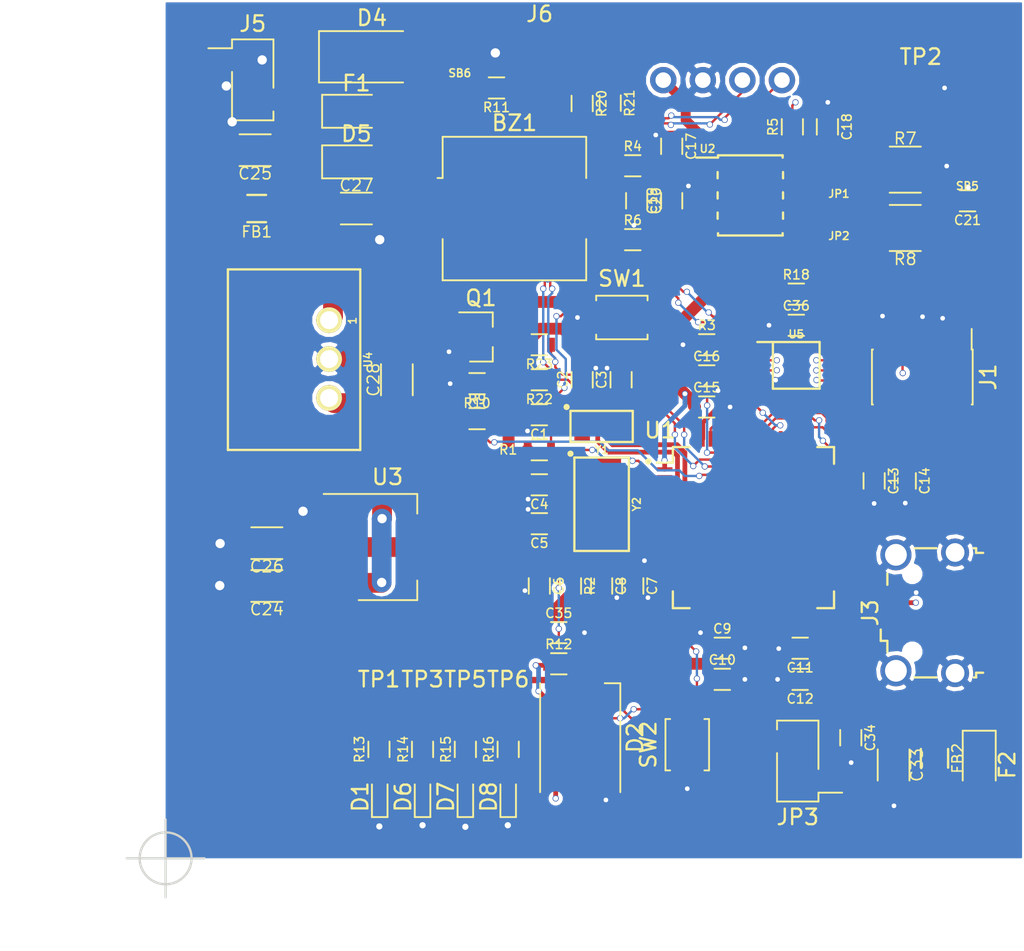
<source format=kicad_pcb>
(kicad_pcb (version 20171130) (host pcbnew "(5.0.2)-1")
  (layers (0 F.Cu signal) (31 B.Cu signal) (34 B.Paste user) (35 F.Paste user) (36 B.SilkS user) (37 F.SilkS user) (38 B.Mask user) (39 F.Mask user) (44 Edge.Cuts user))
  (net 0 "")
  (net 1 GND)
  (net 2 /OSC32_IN)
  (net 3 /OSC32_OUT)
  (net 4 /OSC_IN)
  (net 5 /OSC_OUT)
  (net 6 /NRST)
  (net 7 +3V3)
  (net 8 "Net-(D1-Pad2)")
  (net 9 /JTAG_SWDIO\TMS)
  (net 10 /JTAG_SWDCLK\TCK)
  (net 11 /JTAG_JTDO)
  (net 12 "Net-(J1-Pad7)")
  (net 13 /JTAG_JTDI)
  (net 14 /JTAG_NJTRST)
  (net 15 CHASSIS)
  (net 16 /BOOT0)
  (net 17 /CAN_TX)
  (net 18 /CAN_RX)
  (net 19 /I2C1_SDA)
  (net 20 /I2C1_SCL)
  (net 21 /PD2)
  (net 22 /PC12)
  (net 23 /PC11)
  (net 24 /PC10)
  (net 25 /PA10)
  (net 26 /PA9)
  (net 27 /PA8)
  (net 28 /PC9)
  (net 29 /PC8)
  (net 30 /PC7)
  (net 31 /PC6)
  (net 32 /PB15)
  (net 33 /PB14)
  (net 34 /PB13)
  (net 35 /PB12)
  (net 36 /PB11)
  (net 37 /PB10)
  (net 38 /PB2)
  (net 39 /PB1)
  (net 40 /PB0)
  (net 41 /PC5)
  (net 42 /PC4)
  (net 43 /PA7)
  (net 44 /PA6)
  (net 45 /PA5)
  (net 46 /PA4)
  (net 47 /PA3)
  (net 48 /PA2)
  (net 49 /PA1)
  (net 50 /PA0)
  (net 51 /PC3)
  (net 52 /PC2)
  (net 53 /PC1)
  (net 54 "Net-(U1-Pad8)")
  (net 55 /PC13)
  (net 56 "Net-(C17-Pad2)")
  (net 57 "Net-(C18-Pad2)")
  (net 58 /Vref)
  (net 59 /CANH)
  (net 60 /CANL)
  (net 61 +5V)
  (net 62 "Net-(C25-Pad1)")
  (net 63 "Net-(C27-Pad1)")
  (net 64 "Net-(D5-Pad2)")
  (net 65 +V)
  (net 66 "Net-(JP1-Pad1)")
  (net 67 "Net-(JP2-Pad1)")
  (net 68 /Rs)
  (net 69 "Net-(R6-Pad2)")
  (net 70 "Net-(BZ1-Pad1)")
  (net 71 "Net-(BZ1-Pad2)")
  (net 72 VBUS)
  (net 73 "Net-(C35-Pad1)")
  (net 74 "Net-(D2-Pad1)")
  (net 75 "Net-(D2-Pad4)")
  (net 76 "Net-(D6-Pad2)")
  (net 77 "Net-(D7-Pad2)")
  (net 78 "Net-(D8-Pad2)")
  (net 79 "Net-(F2-Pad2)")
  (net 80 "Net-(F2-Pad1)")
  (net 81 "Net-(J6-Pad4)")
  (net 82 "Net-(J6-Pad3)")
  (net 83 "Net-(Q1-Pad1)")
  (net 84 /BUZZ)
  (net 85 "Net-(J3-Pad4)")
  (net 86 /CAN_Shield)
  (net 87 "Net-(U5-Pad5)")
  (net 88 "Net-(U5-Pad6)")
  (net 89 "Net-(U5-Pad3)")
  (net 90 "Net-(U5-Pad7)")
  (net 91 "Net-(U5-Pad2)")
  (net 92 /USB_DP)
  (net 93 /USB_DM)
  (module Measurement_Points:Measurement_Point_Round-SMD-Pad_Small (layer F.Cu) (at 63.7 140.5)
    (fp_text reference TP1 (at 0 -2) (layer F.SilkS))
    (fp_text value 3V3)
    (pad 1 smd circle (at 0 0) (size 1.5 1.5) (layers F.Cu F.Mask) (net 7 +3V3))
  )
  (module LEDs:LED_0603 (layer F.Cu) (at 63.75 146.05 90)
    (fp_text reference D1 (at 0 -1.25 90) (layer F.SilkS))
    (fp_text value 3V3)
    (pad 1 smd rect (at -0.8 0 270) (size 0.8 0.8) (layers F.Cu F.Paste F.Mask) (net 1 GND))
    (pad 2 smd rect (at 0.8 0 270) (size 0.8 0.8) (layers F.Cu F.Paste F.Mask) (net 8 "Net-(D1-Pad2)"))
  )
  (module µ104KiCAD_RLC:SMD_pkg_0603 (layer F.Cu) (at 63.7 143 90)
    (fp_text reference R13 (at 0 -1.25 90) (layer F.SilkS) (effects (font (size 0.6 0.6) (thickness 0.1))))
    (fp_text value 10k)
    (pad 2 smd rect (at 0.75 0 90) (size 0.5 0.9) (layers F.Cu F.Paste F.Mask) (net 7 +3V3))
    (pad 1 smd rect (at -0.75 0 90) (size 0.5 0.9) (layers F.Cu F.Paste F.Mask) (net 8 "Net-(D1-Pad2)"))
  )
  (module µ104KiCAD_RLC:SMD_pkg_0603 (layer F.Cu) (at 66.5 143 90)
    (fp_text reference R14 (at 0 -1.25 90) (layer F.SilkS) (effects (font (size 0.6 0.6) (thickness 0.1))))
    (fp_text value 10k)
    (pad 1 smd rect (at -0.75 0 90) (size 0.5 0.9) (layers F.Cu F.Paste F.Mask) (net 76 "Net-(D6-Pad2)"))
    (pad 2 smd rect (at 0.75 0 90) (size 0.5 0.9) (layers F.Cu F.Paste F.Mask) (net 61 +5V))
  )
  (module µ104KiCAD_RLC:SMD_pkg_0603 (layer F.Cu) (at 69.25 143 90)
    (fp_text reference R15 (at 0 -1.25 90) (layer F.SilkS) (effects (font (size 0.6 0.6) (thickness 0.1))))
    (fp_text value 10k)
    (pad 2 smd rect (at 0.75 0 90) (size 0.5 0.9) (layers F.Cu F.Paste F.Mask) (net 65 +V))
    (pad 1 smd rect (at -0.75 0 90) (size 0.5 0.9) (layers F.Cu F.Paste F.Mask) (net 77 "Net-(D7-Pad2)"))
  )
  (module µ104KiCAD_RLC:SMD_pkg_0603 (layer F.Cu) (at 72 143 90)
    (fp_text reference R16 (at 0 -1.25 90) (layer F.SilkS) (effects (font (size 0.6 0.6) (thickness 0.1))))
    (fp_text value 10k)
    (pad 2 smd rect (at 0.75 0 90) (size 0.5 0.9) (layers F.Cu F.Paste F.Mask) (net 72 VBUS))
    (pad 1 smd rect (at -0.75 0 90) (size 0.5 0.9) (layers F.Cu F.Paste F.Mask) (net 78 "Net-(D8-Pad2)"))
  )
  (module Measurement_Points:Measurement_Point_Round-SMD-Pad_Small (layer F.Cu) (at 66.5 140.5)
    (fp_text reference TP3 (at 0 -2) (layer F.SilkS))
    (fp_text value 5V)
    (pad 1 smd circle (at 0 0) (size 1.5 1.5) (layers F.Cu F.Mask) (net 61 +5V))
  )
  (module Measurement_Points:Measurement_Point_Round-SMD-Pad_Small (layer F.Cu) (at 69.25 140.5)
    (fp_text reference TP5 (at 0 -2) (layer F.SilkS))
    (fp_text value +V)
    (pad 1 smd circle (at 0 0) (size 1.5 1.5) (layers F.Cu F.Mask) (net 65 +V))
  )
  (module Measurement_Points:Measurement_Point_Round-SMD-Pad_Small (layer F.Cu) (at 72 140.5)
    (fp_text reference TP6 (at 0 -2) (layer F.SilkS))
    (fp_text value USB)
    (pad 1 smd circle (at 0 0) (size 1.5 1.5) (layers F.Cu F.Mask) (net 72 VBUS))
  )
  (module LEDs:LED_0603 (layer F.Cu) (at 66.5 146.05 90)
    (fp_text reference D6 (at 0 -1.25 90) (layer F.SilkS))
    (fp_text value 5V)
    (pad 2 smd rect (at 0.8 0 270) (size 0.8 0.8) (layers F.Cu F.Paste F.Mask) (net 76 "Net-(D6-Pad2)"))
    (pad 1 smd rect (at -0.8 0 270) (size 0.8 0.8) (layers F.Cu F.Paste F.Mask) (net 1 GND))
  )
  (module LEDs:LED_0603 (layer F.Cu) (at 69.25 146.05 90)
    (fp_text reference D7 (at 0 -1.25 90) (layer F.SilkS))
    (fp_text value +V)
    (pad 1 smd rect (at -0.8 0 270) (size 0.8 0.8) (layers F.Cu F.Paste F.Mask) (net 1 GND))
    (pad 2 smd rect (at 0.8 0 270) (size 0.8 0.8) (layers F.Cu F.Paste F.Mask) (net 77 "Net-(D7-Pad2)"))
  )
  (module LEDs:LED_0603 (layer F.Cu) (at 72 146.05 90)
    (fp_text reference D8 (at 0 -1.25 90) (layer F.SilkS))
    (fp_text value USB)
    (pad 1 smd rect (at -0.8 0 270) (size 0.8 0.8) (layers F.Cu F.Paste F.Mask) (net 1 GND))
    (pad 2 smd rect (at 0.8 0 270) (size 0.8 0.8) (layers F.Cu F.Paste F.Mask) (net 78 "Net-(D8-Pad2)"))
  )
  (module µ104KiCAD:I2C_OLED (layer F.Cu) (at 85.52 116)
    (fp_text reference J6 (at -11.5 -20.25) (layer F.SilkS))
    (fp_text value OLED)
    (pad 1 thru_hole circle (at -3.56 -16) (size 1.7 1.7) (drill 1) (layers *.Cu *.Mask) (net 7 +3V3))
    (pad 2 thru_hole circle (at -1.02 -16) (size 1.7 1.7) (drill 1) (layers *.Cu *.Mask) (net 1 GND))
    (pad 3 thru_hole circle (at 1.52 -16) (size 1.7 1.7) (drill 1) (layers *.Cu *.Mask) (net 82 "Net-(J6-Pad3)"))
    (pad 4 thru_hole circle (at 4.06 -16) (size 1.7 1.7) (drill 1) (layers *.Cu *.Mask) (net 81 "Net-(J6-Pad4)"))
  )
  (module Connector_PinHeader_1.27mm:PinHeader_2x05_P1.27mm_Vertical_SMD (layer F.Cu) (at 98.595 119.075 270)
    (fp_text reference J1 (at 0 -4.235 270) (layer F.SilkS))
    (fp_text value ARM_JTAG_SWD)
    (pad 1 smd rect (at -1.95 -2.54 270) (size 2.4 0.74) (layers F.Cu F.Paste F.Mask) (net 7 +3V3))
    (pad 2 smd rect (at 1.95 -2.54 270) (size 2.4 0.74) (layers F.Cu F.Paste F.Mask) (net 9 /JTAG_SWDIO\TMS))
    (pad 3 smd rect (at -1.95 -1.27 270) (size 2.4 0.74) (layers F.Cu F.Paste F.Mask) (net 1 GND))
    (pad 4 smd rect (at 1.95 -1.27 270) (size 2.4 0.74) (layers F.Cu F.Paste F.Mask) (net 10 /JTAG_SWDCLK\TCK))
    (pad 5 smd rect (at -1.95 0 270) (size 2.4 0.74) (layers F.Cu F.Paste F.Mask) (net 1 GND))
    (pad 6 smd rect (at 1.95 0 270) (size 2.4 0.74) (layers F.Cu F.Paste F.Mask) (net 11 /JTAG_JTDO))
    (pad 7 smd rect (at -1.95 1.27 270) (size 2.4 0.74) (layers F.Cu F.Paste F.Mask) (net 12 "Net-(J1-Pad7)"))
    (pad 8 smd rect (at 1.95 1.27 270) (size 2.4 0.74) (layers F.Cu F.Paste F.Mask) (net 13 /JTAG_JTDI))
    (pad 9 smd rect (at -1.95 2.54 270) (size 2.4 0.74) (layers F.Cu F.Paste F.Mask) (net 1 GND))
    (pad 10 smd rect (at 1.95 2.54 270) (size 2.4 0.74) (layers F.Cu F.Paste F.Mask) (net 14 /JTAG_NJTRST))
  )
  (module Housings_QFP:LQFP-64_10x10mm_Pitch0.5mm (layer F.Cu) (at 87.75 128.75)
    (fp_text reference U1 (at -6 -6.25) (layer F.SilkS))
    (fp_text value STM32F303R6Tx)
    (pad 64 smd rect (at -3.75 -5.7 90) (size 1 0.25) (layers F.Cu F.Paste F.Mask) (net 7 +3V3))
    (pad 63 smd rect (at -3.25 -5.7 90) (size 1 0.25) (layers F.Cu F.Paste F.Mask) (net 1 GND))
    (pad 62 smd rect (at -2.75 -5.7 90) (size 1 0.25) (layers F.Cu F.Paste F.Mask) (net 17 /CAN_TX))
    (pad 61 smd rect (at -2.25 -5.7 90) (size 1 0.25) (layers F.Cu F.Paste F.Mask) (net 18 /CAN_RX))
    (pad 60 smd rect (at -1.75 -5.7 90) (size 1 0.25) (layers F.Cu F.Paste F.Mask) (net 16 /BOOT0))
    (pad 59 smd rect (at -1.25 -5.7 90) (size 1 0.25) (layers F.Cu F.Paste F.Mask) (net 19 /I2C1_SDA))
    (pad 58 smd rect (at -0.75 -5.7 90) (size 1 0.25) (layers F.Cu F.Paste F.Mask) (net 20 /I2C1_SCL))
    (pad 57 smd rect (at -0.25 -5.7 90) (size 1 0.25) (layers F.Cu F.Paste F.Mask) (net 84 /BUZZ))
    (pad 56 smd rect (at 0.25 -5.7 90) (size 1 0.25) (layers F.Cu F.Paste F.Mask) (net 14 /JTAG_NJTRST))
    (pad 55 smd rect (at 0.75 -5.7 90) (size 1 0.25) (layers F.Cu F.Paste F.Mask) (net 11 /JTAG_JTDO))
    (pad 54 smd rect (at 1.25 -5.7 90) (size 1 0.25) (layers F.Cu F.Paste F.Mask) (net 21 /PD2))
    (pad 53 smd rect (at 1.75 -5.7 90) (size 1 0.25) (layers F.Cu F.Paste F.Mask) (net 22 /PC12))
    (pad 52 smd rect (at 2.25 -5.7 90) (size 1 0.25) (layers F.Cu F.Paste F.Mask) (net 23 /PC11))
    (pad 51 smd rect (at 2.75 -5.7 90) (size 1 0.25) (layers F.Cu F.Paste F.Mask) (net 24 /PC10))
    (pad 50 smd rect (at 3.25 -5.7 90) (size 1 0.25) (layers F.Cu F.Paste F.Mask) (net 13 /JTAG_JTDI))
    (pad 49 smd rect (at 3.75 -5.7 90) (size 1 0.25) (layers F.Cu F.Paste F.Mask) (net 10 /JTAG_SWDCLK\TCK))
    (pad 48 smd rect (at 5.7 -3.75) (size 1 0.25) (layers F.Cu F.Paste F.Mask) (net 7 +3V3))
    (pad 47 smd rect (at 5.7 -3.25) (size 1 0.25) (layers F.Cu F.Paste F.Mask) (net 1 GND))
    (pad 46 smd rect (at 5.7 -2.75) (size 1 0.25) (layers F.Cu F.Paste F.Mask) (net 9 /JTAG_SWDIO\TMS))
    (pad 45 smd rect (at 5.7 -2.25) (size 1 0.25) (layers F.Cu F.Paste F.Mask) (net 92 /USB_DP))
    (pad 44 smd rect (at 5.7 -1.75) (size 1 0.25) (layers F.Cu F.Paste F.Mask) (net 93 /USB_DM))
    (pad 43 smd rect (at 5.7 -1.25) (size 1 0.25) (layers F.Cu F.Paste F.Mask) (net 25 /PA10))
    (pad 42 smd rect (at 5.7 -0.75) (size 1 0.25) (layers F.Cu F.Paste F.Mask) (net 26 /PA9))
    (pad 41 smd rect (at 5.7 -0.25) (size 1 0.25) (layers F.Cu F.Paste F.Mask) (net 27 /PA8))
    (pad 40 smd rect (at 5.7 0.25) (size 1 0.25) (layers F.Cu F.Paste F.Mask) (net 28 /PC9))
    (pad 39 smd rect (at 5.7 0.75) (size 1 0.25) (layers F.Cu F.Paste F.Mask) (net 29 /PC8))
    (pad 38 smd rect (at 5.7 1.25) (size 1 0.25) (layers F.Cu F.Paste F.Mask) (net 30 /PC7))
    (pad 37 smd rect (at 5.7 1.75) (size 1 0.25) (layers F.Cu F.Paste F.Mask) (net 31 /PC6))
    (pad 36 smd rect (at 5.7 2.25) (size 1 0.25) (layers F.Cu F.Paste F.Mask) (net 32 /PB15))
    (pad 35 smd rect (at 5.7 2.75) (size 1 0.25) (layers F.Cu F.Paste F.Mask) (net 33 /PB14))
    (pad 34 smd rect (at 5.7 3.25) (size 1 0.25) (layers F.Cu F.Paste F.Mask) (net 34 /PB13))
    (pad 33 smd rect (at 5.7 3.75) (size 1 0.25) (layers F.Cu F.Paste F.Mask) (net 35 /PB12))
    (pad 32 smd rect (at 3.75 5.7 90) (size 1 0.25) (layers F.Cu F.Paste F.Mask) (net 7 +3V3))
    (pad 31 smd rect (at 3.25 5.7 90) (size 1 0.25) (layers F.Cu F.Paste F.Mask) (net 1 GND))
    (pad 30 smd rect (at 2.75 5.7 90) (size 1 0.25) (layers F.Cu F.Paste F.Mask) (net 36 /PB11))
    (pad 29 smd rect (at 2.25 5.7 90) (size 1 0.25) (layers F.Cu F.Paste F.Mask) (net 37 /PB10))
    (pad 28 smd rect (at 1.75 5.7 90) (size 1 0.25) (layers F.Cu F.Paste F.Mask) (net 38 /PB2))
    (pad 27 smd rect (at 1.25 5.7 90) (size 1 0.25) (layers F.Cu F.Paste F.Mask) (net 39 /PB1))
    (pad 26 smd rect (at 0.75 5.7 90) (size 1 0.25) (layers F.Cu F.Paste F.Mask) (net 40 /PB0))
    (pad 25 smd rect (at 0.25 5.7 90) (size 1 0.25) (layers F.Cu F.Paste F.Mask) (net 41 /PC5))
    (pad 24 smd rect (at -0.25 5.7 90) (size 1 0.25) (layers F.Cu F.Paste F.Mask) (net 42 /PC4))
    (pad 23 smd rect (at -0.75 5.7 90) (size 1 0.25) (layers F.Cu F.Paste F.Mask) (net 43 /PA7))
    (pad 22 smd rect (at -1.25 5.7 90) (size 1 0.25) (layers F.Cu F.Paste F.Mask) (net 44 /PA6))
    (pad 21 smd rect (at -1.75 5.7 90) (size 1 0.25) (layers F.Cu F.Paste F.Mask) (net 45 /PA5))
    (pad 20 smd rect (at -2.25 5.7 90) (size 1 0.25) (layers F.Cu F.Paste F.Mask) (net 46 /PA4))
    (pad 19 smd rect (at -2.75 5.7 90) (size 1 0.25) (layers F.Cu F.Paste F.Mask) (net 7 +3V3))
    (pad 18 smd rect (at -3.25 5.7 90) (size 1 0.25) (layers F.Cu F.Paste F.Mask) (net 1 GND))
    (pad 17 smd rect (at -3.75 5.7 90) (size 1 0.25) (layers F.Cu F.Paste F.Mask) (net 47 /PA3))
    (pad 16 smd rect (at -5.7 3.75) (size 1 0.25) (layers F.Cu F.Paste F.Mask) (net 48 /PA2))
    (pad 15 smd rect (at -5.7 3.25) (size 1 0.25) (layers F.Cu F.Paste F.Mask) (net 49 /PA1))
    (pad 14 smd rect (at -5.7 2.75) (size 1 0.25) (layers F.Cu F.Paste F.Mask) (net 50 /PA0))
    (pad 13 smd rect (at -5.7 2.25) (size 1 0.25) (layers F.Cu F.Paste F.Mask) (net 7 +3V3))
    (pad 12 smd rect (at -5.7 1.75) (size 1 0.25) (layers F.Cu F.Paste F.Mask) (net 1 GND))
    (pad 11 smd rect (at -5.7 1.25) (size 1 0.25) (layers F.Cu F.Paste F.Mask) (net 51 /PC3))
    (pad 10 smd rect (at -5.7 0.75) (size 1 0.25) (layers F.Cu F.Paste F.Mask) (net 52 /PC2))
    (pad 9 smd rect (at -5.7 0.25) (size 1 0.25) (layers F.Cu F.Paste F.Mask) (net 53 /PC1))
    (pad 8 smd rect (at -5.7 -0.25) (size 1 0.25) (layers F.Cu F.Paste F.Mask) (net 54 "Net-(U1-Pad8)"))
    (pad 7 smd rect (at -5.7 -0.75) (size 1 0.25) (layers F.Cu F.Paste F.Mask) (net 6 /NRST))
    (pad 6 smd rect (at -5.7 -1.25) (size 1 0.25) (layers F.Cu F.Paste F.Mask) (net 5 /OSC_OUT))
    (pad 5 smd rect (at -5.7 -1.75) (size 1 0.25) (layers F.Cu F.Paste F.Mask) (net 4 /OSC_IN))
    (pad 4 smd rect (at -5.7 -2.25) (size 1 0.25) (layers F.Cu F.Paste F.Mask) (net 3 /OSC32_OUT))
    (pad 3 smd rect (at -5.7 -2.75) (size 1 0.25) (layers F.Cu F.Paste F.Mask) (net 2 /OSC32_IN))
    (pad 2 smd rect (at -5.7 -3.25) (size 1 0.25) (layers F.Cu F.Paste F.Mask) (net 55 /PC13))
    (pad 1 smd rect (at -5.7 -3.75) (size 1 0.25) (layers F.Cu F.Paste F.Mask) (net 7 +3V3))
  )
  (module Diodes_SMD:D_1206 (layer F.Cu) (at 62.25 105.25)
    (fp_text reference D5 (at 0 -1.8) (layer F.SilkS))
    (fp_text value "40V 1A")
    (pad 1 smd rect (at -1.5 0) (size 1 1.6) (layers F.Cu F.Paste F.Mask) (net 62 "Net-(C25-Pad1)"))
    (pad 2 smd rect (at 1.5 0) (size 1 1.6) (layers F.Cu F.Paste F.Mask) (net 64 "Net-(D5-Pad2)"))
  )
  (module Diodes_SMD:D_1206 (layer F.Cu) (at 62.25 102)
    (fp_text reference F1 (at 0 -1.8) (layer F.SilkS))
    (fp_text value "32VDC 1A PTC")
    (pad 2 smd rect (at 1.5 0) (size 1 1.6) (layers F.Cu F.Paste F.Mask) (net 64 "Net-(D5-Pad2)"))
    (pad 1 smd rect (at -1.5 0) (size 1 1.6) (layers F.Cu F.Paste F.Mask) (net 65 +V))
  )
  (module µ104KiCAD_IC:SOIC-8_N (layer F.Cu) (at 87.55 107.405)
    (fp_text reference U2 (at -2.75 -3) (layer F.SilkS) (effects (font (size 0.5 0.5) (thickness 0.1))))
    (fp_text value SN65HVD230)
    (pad 1 smd rect (at -2.7 -1.905) (size 1.55 0.6) (layers F.Cu F.Paste F.Mask) (net 56 "Net-(C17-Pad2)"))
    (pad 2 smd rect (at -2.7 -0.635) (size 1.55 0.6) (layers F.Cu F.Paste F.Mask) (net 1 GND))
    (pad 3 smd rect (at -2.7 0.635) (size 1.55 0.6) (layers F.Cu F.Paste F.Mask) (net 7 +3V3))
    (pad 4 smd rect (at -2.7 1.905) (size 1.55 0.6) (layers F.Cu F.Paste F.Mask) (net 69 "Net-(R6-Pad2)"))
    (pad 5 smd rect (at 2.7 1.905) (size 1.55 0.6) (layers F.Cu F.Paste F.Mask) (net 58 /Vref))
    (pad 6 smd rect (at 2.7 0.635) (size 1.55 0.6) (layers F.Cu F.Paste F.Mask) (net 60 /CANL))
    (pad 7 smd rect (at 2.7 -0.635) (size 1.55 0.6) (layers F.Cu F.Paste F.Mask) (net 59 /CANH))
    (pad 8 smd rect (at 2.7 -1.905) (size 1.55 0.6) (layers F.Cu F.Paste F.Mask) (net 57 "Net-(C18-Pad2)"))
  )
  (module Buzzer_Beeper:Buzzer_Murata_PKMCS0909E4000-R1 (layer F.Cu) (at 72.4 108.25)
    (fp_text reference BZ1 (at 0 -5.5) (layer F.SilkS))
    (fp_text value Buzzer)
    (pad 1 smd rect (at -4.35 0) (size 1.3 3.4) (layers F.Cu F.Paste F.Mask) (net 70 "Net-(BZ1-Pad1)"))
    (pad 2 smd rect (at 4.35 0) (size 1.3 3.4) (layers F.Cu F.Paste F.Mask) (net 71 "Net-(BZ1-Pad2)"))
  )
  (module LEDs:LED_WS2812-PLCC6 (layer F.Cu) (at 76.65 142.25 270)
    (fp_text reference D2 (at 0 -3.5 270) (layer F.SilkS))
    (fp_text value WS2812B)
    (pad 1 smd rect (at -2.5 -1.6 270) (size 1.6 1) (layers F.Cu F.Paste F.Mask) (net 74 "Net-(D2-Pad1)"))
    (pad 2 smd rect (at -2.5 0 270) (size 1.6 1) (layers F.Cu F.Paste F.Mask) (net 47 /PA3))
    (pad 3 smd rect (at -2.5 1.6 270) (size 1.6 1) (layers F.Cu F.Paste F.Mask) (net 73 "Net-(C35-Pad1)"))
    (pad 6 smd rect (at 2.5 -1.6 270) (size 1.6 1) (layers F.Cu F.Paste F.Mask) (net 1 GND))
    (pad 5 smd rect (at 2.5 0 270) (size 1.6 1) (layers F.Cu F.Paste F.Mask) (net 61 +5V))
    (pad 4 smd rect (at 2.5 1.6 270) (size 1.6 1) (layers F.Cu F.Paste F.Mask) (net 75 "Net-(D2-Pad4)"))
  )
  (module Diodes_SMD:D_1206 (layer F.Cu) (at 102.25 144 270)
    (fp_text reference F2 (at 0 -1.8 270) (layer F.SilkS))
    (fp_text value "500mA PTC")
    (pad 2 smd rect (at 1.5 0 270) (size 1 1.6) (layers F.Cu F.Paste F.Mask) (net 79 "Net-(F2-Pad2)"))
    (pad 1 smd rect (at -1.5 0 270) (size 1 1.6) (layers F.Cu F.Paste F.Mask) (net 80 "Net-(F2-Pad1)"))
  )
  (module TO_SOT_Packages_SMD:SOT-23 (layer F.Cu) (at 70.25 116.5)
    (fp_text reference Q1 (at 0 -2.5) (layer F.SilkS))
    (fp_text value Q_NMOS_DGS)
    (pad 3 smd rect (at 1 0) (size 0.9 0.8) (layers F.Cu F.Paste F.Mask) (net 71 "Net-(BZ1-Pad2)"))
    (pad 2 smd rect (at -1 0.95) (size 0.9 0.8) (layers F.Cu F.Paste F.Mask) (net 1 GND))
    (pad 1 smd rect (at -1 -0.95) (size 0.9 0.8) (layers F.Cu F.Paste F.Mask) (net 83 "Net-(Q1-Pad1)"))
  )
  (module TO_SOT_Packages_SMD:SOT-223-3_TabPin2 (layer F.Cu) (at 64.25 130)
    (fp_text reference U3 (at 0 -4.5) (layer F.SilkS))
    (fp_text value AZ1117-3.3)
    (pad 1 smd rect (at -3.15 -2.3) (size 2 1.5) (layers F.Cu F.Paste F.Mask) (net 1 GND))
    (pad 3 smd rect (at -3.15 2.3) (size 2 1.5) (layers F.Cu F.Paste F.Mask) (net 61 +5V))
    (pad 2 smd rect (at -3.15 0) (size 2 1.5) (layers F.Cu F.Paste F.Mask) (net 7 +3V3))
    (pad 2 smd rect (at 3.15 0) (size 2 3.8) (layers F.Cu F.Paste F.Mask) (net 7 +3V3))
  )
  (module µ104KiCAD_IC:Crystal_NDK_NX3215SA (layer F.Cu) (at 78 122.25 180)
    (fp_text reference Y1 (at 0 -1.5 180) (layer F.SilkS) (effects (font (size 0.5 0.5) (thickness 0.1))))
    (fp_text value 32.768kHz)
    (pad 1 smd rect (at 1.25 0 180) (size 1 1.8) (layers F.Cu F.Paste F.Mask) (net 2 /OSC32_IN))
    (pad 2 smd rect (at -1.25 0 180) (size 1 1.8) (layers F.Cu F.Paste F.Mask) (net 3 /OSC32_OUT))
  )
  (module µ104KiCAD_IC:Crystal_L5_W3.2 (layer F.Cu) (at 78 127.25 90)
    (fp_text reference Y2 (at 0 2.25 90) (layer F.SilkS) (effects (font (size 0.5 0.5) (thickness 0.1))))
    (fp_text value 8MHz)
    (pad 2 smd rect (at -2 0 90) (size 2 2.5) (layers F.Cu F.Paste F.Mask) (net 5 /OSC_OUT))
    (pad 1 smd rect (at 2 0 90) (size 2 2.5) (layers F.Cu F.Paste F.Mask) (net 4 /OSC_IN))
  )
  (module Pin_Headers:Pin_Header_Straight_1x02_Pitch2.54mm_SMD_Pin1Left (layer F.Cu) (at 90.595 143.75 180)
    (fp_text reference JP3 (at 0 -3.6 180) (layer F.SilkS))
    (fp_text value Jumper_NC_Small)
    (pad 2 smd rect (at 1.655 1.27 180) (size 2.51 1) (layers F.Cu F.Paste F.Mask) (net 61 +5V))
    (pad 1 smd rect (at -1.655 -1.27 180) (size 2.51 1) (layers F.Cu F.Paste F.Mask) (net 72 VBUS))
  )
  (module µ104KiCAD_RLC:SMD_pkg_0603 (layer F.Cu) (at 74 123.75 180)
    (fp_text reference R1 (at 2 0 180) (layer F.SilkS) (effects (font (size 0.6 0.6) (thickness 0.1))))
    (fp_text value 10k)
    (pad 1 smd rect (at -0.75 0 180) (size 0.5 0.9) (layers F.Cu F.Paste F.Mask) (net 55 /PC13))
    (pad 2 smd rect (at 0.75 0 180) (size 0.5 0.9) (layers F.Cu F.Paste F.Mask) (net 7 +3V3))
  )
  (module µ104KiCAD_RLC:SMD_pkg_0603 (layer F.Cu) (at 74 121.5 180)
    (fp_text reference C1 (at 0 -1.25 180) (layer F.SilkS) (effects (font (size 0.6 0.6) (thickness 0.1))))
    (fp_text value 0.1u)
    (pad 2 smd rect (at 0.75 0 180) (size 0.5 0.9) (layers F.Cu F.Paste F.Mask) (net 1 GND))
    (pad 1 smd rect (at -0.75 0 180) (size 0.5 0.9) (layers F.Cu F.Paste F.Mask) (net 55 /PC13))
  )
  (module µ104KiCAD_RLC:SMD_pkg_0603 (layer F.Cu) (at 76.75 119.25 90)
    (fp_text reference C2 (at 0 -1.25 90) (layer F.SilkS) (effects (font (size 0.6 0.6) (thickness 0.1))))
    (fp_text value 13p)
    (pad 2 smd rect (at 0.75 0 90) (size 0.5 0.9) (layers F.Cu F.Paste F.Mask) (net 1 GND))
    (pad 1 smd rect (at -0.75 0 90) (size 0.5 0.9) (layers F.Cu F.Paste F.Mask) (net 2 /OSC32_IN))
  )
  (module µ104KiCAD_RLC:SMD_pkg_0603 (layer F.Cu) (at 79.25 119.25 90)
    (fp_text reference C3 (at 0 -1.25 90) (layer F.SilkS) (effects (font (size 0.6 0.6) (thickness 0.1))))
    (fp_text value 13p)
    (pad 1 smd rect (at -0.75 0 90) (size 0.5 0.9) (layers F.Cu F.Paste F.Mask) (net 3 /OSC32_OUT))
    (pad 2 smd rect (at 0.75 0 90) (size 0.5 0.9) (layers F.Cu F.Paste F.Mask) (net 1 GND))
  )
  (module µ104KiCAD_RLC:SMD_pkg_0603 (layer F.Cu) (at 74 126 180)
    (fp_text reference C4 (at 0 -1.25 180) (layer F.SilkS) (effects (font (size 0.6 0.6) (thickness 0.1))))
    (fp_text value 8p)
    (pad 2 smd rect (at 0.75 0 180) (size 0.5 0.9) (layers F.Cu F.Paste F.Mask) (net 1 GND))
    (pad 1 smd rect (at -0.75 0 180) (size 0.5 0.9) (layers F.Cu F.Paste F.Mask) (net 4 /OSC_IN))
  )
  (module µ104KiCAD_RLC:SMD_pkg_0603 (layer F.Cu) (at 74 128.5 180)
    (fp_text reference C5 (at 0 -1.25 180) (layer F.SilkS) (effects (font (size 0.6 0.6) (thickness 0.1))))
    (fp_text value 8p)
    (pad 1 smd rect (at -0.75 0 180) (size 0.5 0.9) (layers F.Cu F.Paste F.Mask) (net 5 /OSC_OUT))
    (pad 2 smd rect (at 0.75 0 180) (size 0.5 0.9) (layers F.Cu F.Paste F.Mask) (net 1 GND))
  )
  (module µ104KiCAD_RLC:SMD_pkg_0603 (layer F.Cu) (at 74 132.5 270)
    (fp_text reference C6 (at 0 -1.25 270) (layer F.SilkS) (effects (font (size 0.6 0.6) (thickness 0.1))))
    (fp_text value 0.1u)
    (pad 2 smd rect (at 0.75 0 270) (size 0.5 0.9) (layers F.Cu F.Paste F.Mask) (net 1 GND))
    (pad 1 smd rect (at -0.75 0 270) (size 0.5 0.9) (layers F.Cu F.Paste F.Mask) (net 6 /NRST))
  )
  (module µ104KiCAD_RLC:SMD_pkg_0603 (layer F.Cu) (at 80 132.5 270)
    (fp_text reference C7 (at 0 -1.25 270) (layer F.SilkS) (effects (font (size 0.6 0.6) (thickness 0.1))))
    (fp_text value 0.1u)
    (pad 2 smd rect (at 0.75 0 270) (size 0.5 0.9) (layers F.Cu F.Paste F.Mask) (net 1 GND))
    (pad 1 smd rect (at -0.75 0 270) (size 0.5 0.9) (layers F.Cu F.Paste F.Mask) (net 7 +3V3))
  )
  (module µ104KiCAD_RLC:SMD_pkg_0603 (layer F.Cu) (at 78 132.5 270)
    (fp_text reference C8 (at 0 -1.25 270) (layer F.SilkS) (effects (font (size 0.6 0.6) (thickness 0.1))))
    (fp_text value 10n)
    (pad 2 smd rect (at 0.75 0 270) (size 0.5 0.9) (layers F.Cu F.Paste F.Mask) (net 1 GND))
    (pad 1 smd rect (at -0.75 0 270) (size 0.5 0.9) (layers F.Cu F.Paste F.Mask) (net 7 +3V3))
  )
  (module µ104KiCAD_RLC:SMD_pkg_0603 (layer F.Cu) (at 85.75 136.5)
    (fp_text reference C9 (at 0 -1.25) (layer F.SilkS) (effects (font (size 0.6 0.6) (thickness 0.1))))
    (fp_text value 0.1u)
    (pad 1 smd rect (at -0.75 0) (size 0.5 0.9) (layers F.Cu F.Paste F.Mask) (net 7 +3V3))
    (pad 2 smd rect (at 0.75 0) (size 0.5 0.9) (layers F.Cu F.Paste F.Mask) (net 1 GND))
  )
  (module µ104KiCAD_RLC:SMD_pkg_0603 (layer F.Cu) (at 85.75 138.5)
    (fp_text reference C10 (at 0 -1.25) (layer F.SilkS) (effects (font (size 0.6 0.6) (thickness 0.1))))
    (fp_text value 1u)
    (pad 2 smd rect (at 0.75 0) (size 0.5 0.9) (layers F.Cu F.Paste F.Mask) (net 1 GND))
    (pad 1 smd rect (at -0.75 0) (size 0.5 0.9) (layers F.Cu F.Paste F.Mask) (net 7 +3V3))
  )
  (module µ104KiCAD_RLC:SMD_pkg_0603 (layer F.Cu) (at 90.75 136.5 180)
    (fp_text reference C11 (at 0 -1.25 180) (layer F.SilkS) (effects (font (size 0.6 0.6) (thickness 0.1))))
    (fp_text value 0.1u)
    (pad 1 smd rect (at -0.75 0 180) (size 0.5 0.9) (layers F.Cu F.Paste F.Mask) (net 7 +3V3))
    (pad 2 smd rect (at 0.75 0 180) (size 0.5 0.9) (layers F.Cu F.Paste F.Mask) (net 1 GND))
  )
  (module µ104KiCAD_RLC:SMD_pkg_0603 (layer F.Cu) (at 90.75 138.5 180)
    (fp_text reference C12 (at 0 -1.25 180) (layer F.SilkS) (effects (font (size 0.6 0.6) (thickness 0.1))))
    (fp_text value 1u)
    (pad 2 smd rect (at 0.75 0 180) (size 0.5 0.9) (layers F.Cu F.Paste F.Mask) (net 1 GND))
    (pad 1 smd rect (at -0.75 0 180) (size 0.5 0.9) (layers F.Cu F.Paste F.Mask) (net 7 +3V3))
  )
  (module µ104KiCAD_RLC:SMD_pkg_0603 (layer F.Cu) (at 95.5 125.75 270)
    (fp_text reference C13 (at 0 -1.25 270) (layer F.SilkS) (effects (font (size 0.6 0.6) (thickness 0.1))))
    (fp_text value 0.1u)
    (pad 1 smd rect (at -0.75 0 270) (size 0.5 0.9) (layers F.Cu F.Paste F.Mask) (net 7 +3V3))
    (pad 2 smd rect (at 0.75 0 270) (size 0.5 0.9) (layers F.Cu F.Paste F.Mask) (net 1 GND))
  )
  (module µ104KiCAD_RLC:SMD_pkg_0603 (layer F.Cu) (at 97.5 125.75 270)
    (fp_text reference C14 (at 0 -1.25 270) (layer F.SilkS) (effects (font (size 0.6 0.6) (thickness 0.1))))
    (fp_text value 1u)
    (pad 2 smd rect (at 0.75 0 270) (size 0.5 0.9) (layers F.Cu F.Paste F.Mask) (net 1 GND))
    (pad 1 smd rect (at -0.75 0 270) (size 0.5 0.9) (layers F.Cu F.Paste F.Mask) (net 7 +3V3))
  )
  (module µ104KiCAD_RLC:SMD_pkg_0603 (layer F.Cu) (at 84.75 121)
    (fp_text reference C15 (at 0 -1.25) (layer F.SilkS) (effects (font (size 0.6 0.6) (thickness 0.1))))
    (fp_text value 0.1u)
    (pad 1 smd rect (at -0.75 0) (size 0.5 0.9) (layers F.Cu F.Paste F.Mask) (net 7 +3V3))
    (pad 2 smd rect (at 0.75 0) (size 0.5 0.9) (layers F.Cu F.Paste F.Mask) (net 1 GND))
  )
  (module µ104KiCAD_RLC:SMD_pkg_0603 (layer F.Cu) (at 84.75 119)
    (fp_text reference C16 (at 0 -1.25) (layer F.SilkS) (effects (font (size 0.6 0.6) (thickness 0.1))))
    (fp_text value 1u)
    (pad 2 smd rect (at 0.75 0) (size 0.5 0.9) (layers F.Cu F.Paste F.Mask) (net 1 GND))
    (pad 1 smd rect (at -0.75 0) (size 0.5 0.9) (layers F.Cu F.Paste F.Mask) (net 7 +3V3))
  )
  (module µ104KiCAD_RLC:SMD_pkg_0603 (layer F.Cu) (at 82.5 104.25 270)
    (fp_text reference C17 (at 0 -1.25 270) (layer F.SilkS) (effects (font (size 0.6 0.6) (thickness 0.1))))
    (fp_text value DNP)
    (pad 1 smd rect (at -0.75 0 270) (size 0.5 0.9) (layers F.Cu F.Paste F.Mask) (net 1 GND))
    (pad 2 smd rect (at 0.75 0 270) (size 0.5 0.9) (layers F.Cu F.Paste F.Mask) (net 56 "Net-(C17-Pad2)"))
  )
  (module µ104KiCAD_RLC:SMD_pkg_0603 (layer F.Cu) (at 92.5 103 270)
    (fp_text reference C18 (at 0 -1.25 270) (layer F.SilkS) (effects (font (size 0.6 0.6) (thickness 0.1))))
    (fp_text value 0.1u)
    (pad 2 smd rect (at 0.75 0 270) (size 0.5 0.9) (layers F.Cu F.Paste F.Mask) (net 57 "Net-(C18-Pad2)"))
    (pad 1 smd rect (at -0.75 0 270) (size 0.5 0.9) (layers F.Cu F.Paste F.Mask) (net 1 GND))
  )
  (module µ104KiCAD_RLC:SMD_pkg_0603 (layer F.Cu) (at 82.5 107.75 90)
    (fp_text reference C19 (at 0 -1.25 90) (layer F.SilkS) (effects (font (size 0.6 0.6) (thickness 0.1))))
    (fp_text value 0.1u)
    (pad 1 smd rect (at -0.75 0 90) (size 0.5 0.9) (layers F.Cu F.Paste F.Mask) (net 7 +3V3))
    (pad 2 smd rect (at 0.75 0 90) (size 0.5 0.9) (layers F.Cu F.Paste F.Mask) (net 1 GND))
  )
  (module µ104KiCAD_RLC:SMD_pkg_0603 (layer F.Cu) (at 80.25 107.75 270)
    (fp_text reference C20 (at 0 -1.25 270) (layer F.SilkS) (effects (font (size 0.6 0.6) (thickness 0.1))))
    (fp_text value 1u)
    (pad 1 smd rect (at -0.75 0 270) (size 0.5 0.9) (layers F.Cu F.Paste F.Mask) (net 7 +3V3))
    (pad 2 smd rect (at 0.75 0 270) (size 0.5 0.9) (layers F.Cu F.Paste F.Mask) (net 1 GND))
  )
  (module µ104KiCAD_RLC:SMD_pkg_0603 (layer F.Cu) (at 101.5 107.75 180)
    (fp_text reference C21 (at 0 -1.25 180) (layer F.SilkS) (effects (font (size 0.6 0.6) (thickness 0.1))))
    (fp_text value 4.7n)
    (pad 1 smd rect (at -0.75 0 180) (size 0.5 0.9) (layers F.Cu F.Paste F.Mask) (net 1 GND))
    (pad 2 smd rect (at 0.75 0 180) (size 0.5 0.9) (layers F.Cu F.Paste F.Mask) (net 58 /Vref))
  )
  (module µ104KiCAD_RLC:SMD_pkg_1206 (layer F.Cu) (at 56.5 132.5 180)
    (fp_text reference C24 (at 0 -1.5 180) (layer F.SilkS) (effects (font (size 0.75 0.75) (thickness 0.1))))
    (fp_text value 1u)
    (pad 2 smd rect (at 1.5 0 180) (size 1 1.6) (layers F.Cu F.Paste F.Mask) (net 1 GND))
    (pad 1 smd rect (at -1.5 0 180) (size 1 1.6) (layers F.Cu F.Paste F.Mask) (net 61 +5V))
  )
  (module µ104KiCAD_RLC:SMD_pkg_1206 (layer F.Cu) (at 55.75 104.5 180)
    (fp_text reference C25 (at 0 -1.5 180) (layer F.SilkS) (effects (font (size 0.75 0.75) (thickness 0.1))))
    (fp_text value 10u)
    (pad 2 smd rect (at 1.5 0 180) (size 1 1.6) (layers F.Cu F.Paste F.Mask) (net 1 GND))
    (pad 1 smd rect (at -1.5 0 180) (size 1 1.6) (layers F.Cu F.Paste F.Mask) (net 62 "Net-(C25-Pad1)"))
  )
  (module µ104KiCAD_RLC:SMD_pkg_1206 (layer F.Cu) (at 56.5 129.75 180)
    (fp_text reference C26 (at 0 -1.5 180) (layer F.SilkS) (effects (font (size 0.75 0.75) (thickness 0.1))))
    (fp_text value 1u)
    (pad 1 smd rect (at -1.5 0 180) (size 1 1.6) (layers F.Cu F.Paste F.Mask) (net 7 +3V3))
    (pad 2 smd rect (at 1.5 0 180) (size 1 1.6) (layers F.Cu F.Paste F.Mask) (net 1 GND))
  )
  (module µ104KiCAD_RLC:SMD_pkg_1206 (layer F.Cu) (at 62.25 108.25)
    (fp_text reference C27 (at 0 -1.5) (layer F.SilkS) (effects (font (size 0.75 0.75) (thickness 0.1))))
    (fp_text value 10u)
    (pad 1 smd rect (at -1.5 0) (size 1 1.6) (layers F.Cu F.Paste F.Mask) (net 63 "Net-(C27-Pad1)"))
    (pad 2 smd rect (at 1.5 0) (size 1 1.6) (layers F.Cu F.Paste F.Mask) (net 1 GND))
  )
  (module µ104KiCAD_RLC:SMD_pkg_1206 (layer F.Cu) (at 64.85 119.25 90)
    (fp_text reference C28 (at 0 -1.5 90) (layer F.SilkS) (effects (font (size 0.75 0.75) (thickness 0.1))))
    (fp_text value 22u)
    (pad 2 smd rect (at 1.5 0 90) (size 1 1.6) (layers F.Cu F.Paste F.Mask) (net 1 GND))
    (pad 1 smd rect (at -1.5 0 90) (size 1 1.6) (layers F.Cu F.Paste F.Mask) (net 61 +5V))
  )
  (module µ104KiCAD_RLC:SMD_pkg_1206 (layer F.Cu) (at 96.75 144 270)
    (fp_text reference C33 (at 0 -1.5 270) (layer F.SilkS) (effects (font (size 0.75 0.75) (thickness 0.1))))
    (fp_text value 10u)
    (pad 1 smd rect (at -1.5 0 270) (size 1 1.6) (layers F.Cu F.Paste F.Mask) (net 72 VBUS))
    (pad 2 smd rect (at 1.5 0 270) (size 1 1.6) (layers F.Cu F.Paste F.Mask) (net 1 GND))
  )
  (module µ104KiCAD_RLC:SMD_pkg_0603 (layer F.Cu) (at 94 142.25 270)
    (fp_text reference C34 (at 0 -1.25 270) (layer F.SilkS) (effects (font (size 0.6 0.6) (thickness 0.1))))
    (fp_text value 1u)
    (pad 1 smd rect (at -0.75 0 270) (size 0.5 0.9) (layers F.Cu F.Paste F.Mask) (net 72 VBUS))
    (pad 2 smd rect (at 0.75 0 270) (size 0.5 0.9) (layers F.Cu F.Paste F.Mask) (net 1 GND))
  )
  (module µ104KiCAD_RLC:SMD_pkg_0603 (layer F.Cu) (at 75.25 135.5)
    (fp_text reference C35 (at 0 -1.25) (layer F.SilkS) (effects (font (size 0.6 0.6) (thickness 0.1))))
    (fp_text value 1u)
    (pad 2 smd rect (at 0.75 0) (size 0.5 0.9) (layers F.Cu F.Paste F.Mask) (net 1 GND))
    (pad 1 smd rect (at -0.75 0) (size 0.5 0.9) (layers F.Cu F.Paste F.Mask) (net 73 "Net-(C35-Pad1)"))
  )
  (module µ104KiCAD_RLC:SMD_pkg_0603 (layer F.Cu) (at 90.5 115.75)
    (fp_text reference C36 (at 0 -1.25) (layer F.SilkS) (effects (font (size 0.6 0.6) (thickness 0.1))))
    (fp_text value 0.1u)
    (pad 1 smd rect (at -0.75 0) (size 0.5 0.9) (layers F.Cu F.Paste F.Mask) (net 1 GND))
    (pad 2 smd rect (at 0.75 0) (size 0.5 0.9) (layers F.Cu F.Paste F.Mask) (net 7 +3V3))
  )
  (module µ104KiCAD_RLC:SMD_pkg_0805 (layer F.Cu) (at 55.85 108.25 180)
    (fp_text reference FB1 (at 0 -1.5 180) (layer F.SilkS) (effects (font (size 0.7 0.7) (thickness 0.1))))
    (fp_text value FB)
    (pad 2 smd rect (at 1.1 0 180) (size 1 1.25) (layers F.Cu F.Paste F.Mask) (net 62 "Net-(C25-Pad1)"))
    (pad 1 smd rect (at -1.1 0 180) (size 1 1.25) (layers F.Cu F.Paste F.Mask) (net 63 "Net-(C27-Pad1)"))
  )
  (module µ104KiCAD_RLC:SMD_pkg_0805 (layer F.Cu) (at 99.375 143.575 270)
    (fp_text reference FB2 (at 0 -1.5 270) (layer F.SilkS) (effects (font (size 0.7 0.7) (thickness 0.1))))
    (fp_text value FB)
    (pad 1 smd rect (at -1.1 0 270) (size 1 1.25) (layers F.Cu F.Paste F.Mask) (net 72 VBUS))
    (pad 2 smd rect (at 1.1 0 270) (size 1 1.25) (layers F.Cu F.Paste F.Mask) (net 79 "Net-(F2-Pad2)"))
  )
  (module Connectors_USB:USB_Micro-B_Wuerth-629105150521_CircularHoles (layer F.Cu) (at 98.75 134.225 90)
    (fp_text reference J3 (at 0 -3.5 90) (layer F.SilkS))
    (fp_text value USB_B_Micro)
    (pad "" np_thru_hole circle (at 2.5 -0.8 90) (size 0.8 0.8) (drill 0.8) (layers *.Cu *.Mask))
    (pad "" np_thru_hole circle (at -2.5 -0.8 90) (size 0.8 0.8) (drill 0.8) (layers *.Cu *.Mask))
    (pad 6 thru_hole circle (at 3.875 1.95 90) (size 1.8 1.8) (drill 1.2) (layers *.Cu *.Mask) (net 1 GND))
    (pad 6 thru_hole circle (at -3.875 1.95 90) (size 1.8 1.8) (drill 1.2) (layers *.Cu *.Mask) (net 1 GND))
    (pad 6 thru_hole circle (at 3.725 -1.85 90) (size 2 2) (drill 1.4) (layers *.Cu *.Mask) (net 1 GND))
    (pad 6 thru_hole circle (at -3.725 -1.85 90) (size 2 2) (drill 1.4) (layers *.Cu *.Mask) (net 1 GND))
    (pad 5 smd rect (at 1.3 -1.9 90) (size 0.45 1.3) (layers F.Cu F.Paste F.Mask) (net 1 GND))
    (pad 4 smd rect (at 0.65 -1.9 90) (size 0.45 1.3) (layers F.Cu F.Paste F.Mask) (net 85 "Net-(J3-Pad4)"))
    (pad 3 smd rect (at 0 -1.9 90) (size 0.45 1.3) (layers F.Cu F.Paste F.Mask) (net 92 /USB_DP))
    (pad 2 smd rect (at -0.65 -1.9 90) (size 0.45 1.3) (layers F.Cu F.Paste F.Mask) (net 93 /USB_DM))
    (pad 1 smd rect (at -1.3 -1.9 90) (size 0.45 1.3) (layers F.Cu F.Paste F.Mask) (net 80 "Net-(F2-Pad1)"))
  )
  (module Pin_Headers:Pin_Header_Straight_1x02_Pitch2.54mm_SMD_Pin1Left (layer F.Cu) (at 55.595 99.98)
    (fp_text reference J5 (at 0 -3.6) (layer F.SilkS))
    (fp_text value PWR)
    (pad 2 smd rect (at 1.655 1.27) (size 2.51 1) (layers F.Cu F.Paste F.Mask) (net 65 +V))
    (pad 1 smd rect (at -1.655 -1.27) (size 2.51 1) (layers F.Cu F.Paste F.Mask) (net 1 GND))
  )
  (module µ104KiCAD_RLC:SMD_pkg_0603 (layer F.Cu) (at 76 132.5 270)
    (fp_text reference R2 (at 0 -1.25 270) (layer F.SilkS) (effects (font (size 0.6 0.6) (thickness 0.1))))
    (fp_text value 10k)
    (pad 1 smd rect (at -0.75 0 270) (size 0.5 0.9) (layers F.Cu F.Paste F.Mask) (net 6 /NRST))
    (pad 2 smd rect (at 0.75 0 270) (size 0.5 0.9) (layers F.Cu F.Paste F.Mask) (net 7 +3V3))
  )
  (module µ104KiCAD_RLC:SMD_pkg_0603 (layer F.Cu) (at 84.75 117)
    (fp_text reference R3 (at 0 -1.25) (layer F.SilkS) (effects (font (size 0.6 0.6) (thickness 0.1))))
    (fp_text value 10k)
    (pad 1 smd rect (at -0.75 0) (size 0.5 0.9) (layers F.Cu F.Paste F.Mask) (net 1 GND))
    (pad 2 smd rect (at 0.75 0) (size 0.5 0.9) (layers F.Cu F.Paste F.Mask) (net 16 /BOOT0))
  )
  (module µ104KiCAD_RLC:SMD_pkg_0603 (layer F.Cu) (at 80 105.5)
    (fp_text reference R4 (at 0 -1.25) (layer F.SilkS) (effects (font (size 0.6 0.6) (thickness 0.1))))
    (fp_text value 0)
    (pad 2 smd rect (at 0.75 0) (size 0.5 0.9) (layers F.Cu F.Paste F.Mask) (net 56 "Net-(C17-Pad2)"))
    (pad 1 smd rect (at -0.75 0) (size 0.5 0.9) (layers F.Cu F.Paste F.Mask) (net 17 /CAN_TX))
  )
  (module µ104KiCAD_RLC:SMD_pkg_0603 (layer F.Cu) (at 90.25 103 90)
    (fp_text reference R5 (at 0 -1.25 90) (layer F.SilkS) (effects (font (size 0.6 0.6) (thickness 0.1))))
    (fp_text value DNP)
    (pad 1 smd rect (at -0.75 0 90) (size 0.5 0.9) (layers F.Cu F.Paste F.Mask) (net 57 "Net-(C18-Pad2)"))
    (pad 2 smd rect (at 0.75 0 90) (size 0.5 0.9) (layers F.Cu F.Paste F.Mask) (net 68 /Rs))
  )
  (module µ104KiCAD_RLC:SMD_pkg_0603 (layer F.Cu) (at 80 110.25)
    (fp_text reference R6 (at 0 -1.25) (layer F.SilkS) (effects (font (size 0.6 0.6) (thickness 0.1))))
    (fp_text value 0)
    (pad 2 smd rect (at 0.75 0) (size 0.5 0.9) (layers F.Cu F.Paste F.Mask) (net 69 "Net-(R6-Pad2)"))
    (pad 1 smd rect (at -0.75 0) (size 0.5 0.9) (layers F.Cu F.Paste F.Mask) (net 18 /CAN_RX))
  )
  (module µ104KiCAD_RLC:SMD_pkg_0603 (layer F.Cu) (at 70 121.75)
    (fp_text reference R9 (at 0 -1.25) (layer F.SilkS) (effects (font (size 0.6 0.6) (thickness 0.1))))
    (fp_text value 1k)
    (pad 1 smd rect (at -0.75 0) (size 0.5 0.9) (layers F.Cu F.Paste F.Mask) (net 84 /BUZZ))
    (pad 2 smd rect (at 0.75 0) (size 0.5 0.9) (layers F.Cu F.Paste F.Mask) (net 83 "Net-(Q1-Pad1)"))
  )
  (module µ104KiCAD_RLC:SMD_pkg_0603 (layer F.Cu) (at 70 119.5 180)
    (fp_text reference R10 (at 0 -1.25 180) (layer F.SilkS) (effects (font (size 0.6 0.6) (thickness 0.1))))
    (fp_text value 1k)
    (pad 2 smd rect (at 0.75 0 180) (size 0.5 0.9) (layers F.Cu F.Paste F.Mask) (net 1 GND))
    (pad 1 smd rect (at -0.75 0 180) (size 0.5 0.9) (layers F.Cu F.Paste F.Mask) (net 83 "Net-(Q1-Pad1)"))
  )
  (module µ104KiCAD_RLC:SMD_pkg_0603 (layer F.Cu) (at 71.25 100.5 180)
    (fp_text reference R11 (at 0 -1.25 180) (layer F.SilkS) (effects (font (size 0.6 0.6) (thickness 0.1))))
    (fp_text value 0)
    (pad 2 smd rect (at 0.75 0 180) (size 0.5 0.9) (layers F.Cu F.Paste F.Mask) (net 61 +5V))
    (pad 1 smd rect (at -0.75 0 180) (size 0.5 0.9) (layers F.Cu F.Paste F.Mask) (net 70 "Net-(BZ1-Pad1)"))
  )
  (module µ104KiCAD_RLC:SMD_pkg_0603 (layer F.Cu) (at 75.25 137.5)
    (fp_text reference R12 (at 0 -1.25) (layer F.SilkS) (effects (font (size 0.6 0.6) (thickness 0.1))))
    (fp_text value 10k)
    (pad 1 smd rect (at -0.75 0) (size 0.5 0.9) (layers F.Cu F.Paste F.Mask) (net 73 "Net-(C35-Pad1)"))
    (pad 2 smd rect (at 0.75 0) (size 0.5 0.9) (layers F.Cu F.Paste F.Mask) (net 61 +5V))
  )
  (module µ104KiCAD_RLC:SMD_pkg_0603 (layer F.Cu) (at 90.5 113.75)
    (fp_text reference R18 (at 0 -1.25) (layer F.SilkS) (effects (font (size 0.6 0.6) (thickness 0.1))))
    (fp_text value 4.7k)
    (pad 2 smd rect (at 0.75 0) (size 0.5 0.9) (layers F.Cu F.Paste F.Mask) (net 7 +3V3))
    (pad 1 smd rect (at -0.75 0) (size 0.5 0.9) (layers F.Cu F.Paste F.Mask) (net 21 /PD2))
  )
  (module µ104KiCAD_RLC:SMD_pkg_0603 (layer F.Cu) (at 76.75 101.5 270)
    (fp_text reference R20 (at 0 -1.25 270) (layer F.SilkS) (effects (font (size 0.6 0.6) (thickness 0.1))))
    (fp_text value 0)
    (pad 1 smd rect (at -0.75 0 270) (size 0.5 0.9) (layers F.Cu F.Paste F.Mask) (net 20 /I2C1_SCL))
    (pad 2 smd rect (at 0.75 0 270) (size 0.5 0.9) (layers F.Cu F.Paste F.Mask) (net 82 "Net-(J6-Pad3)"))
  )
  (module µ104KiCAD_RLC:SMD_pkg_0603 (layer F.Cu) (at 78.549999 101.475001 270)
    (fp_text reference R21 (at 0 -1.25 270) (layer F.SilkS) (effects (font (size 0.6 0.6) (thickness 0.1))))
    (fp_text value 0)
    (pad 2 smd rect (at 0.75 0 270) (size 0.5 0.9) (layers F.Cu F.Paste F.Mask) (net 81 "Net-(J6-Pad4)"))
    (pad 1 smd rect (at -0.75 0 270) (size 0.5 0.9) (layers F.Cu F.Paste F.Mask) (net 19 /I2C1_SDA))
  )
  (module µ104KiCAD_RLC:SMD_pkg_0603 (layer F.Cu) (at 74 119.25 180)
    (fp_text reference R22 (at 0 -1.25 180) (layer F.SilkS) (effects (font (size 0.6 0.6) (thickness 0.1))))
    (fp_text value 4.7k)
    (pad 2 smd rect (at 0.75 0 180) (size 0.5 0.9) (layers F.Cu F.Paste F.Mask) (net 7 +3V3))
    (pad 1 smd rect (at -0.75 0 180) (size 0.5 0.9) (layers F.Cu F.Paste F.Mask) (net 19 /I2C1_SDA))
  )
  (module µ104KiCAD_RLC:SMD_pkg_0603 (layer F.Cu) (at 74 117 180)
    (fp_text reference R23 (at 0 -1.25 180) (layer F.SilkS) (effects (font (size 0.6 0.6) (thickness 0.1))))
    (fp_text value 4.7k)
    (pad 1 smd rect (at -0.75 0 180) (size 0.5 0.9) (layers F.Cu F.Paste F.Mask) (net 20 /I2C1_SCL))
    (pad 2 smd rect (at 0.75 0 180) (size 0.5 0.9) (layers F.Cu F.Paste F.Mask) (net 7 +3V3))
  )
  (module µ104KiCAD:JUMPER_EGG (layer F.Cu) (at 101.49 105.5 180)
    (fp_text reference SB5 (at 0 -1.3 180) (layer F.SilkS) (effects (font (size 0.5 0.5) (thickness 0.1))))
    (fp_text value Jumper_NC_Small hide)
    (pad 1 smd trapezoid (at -0.94 0) (size 0.1 0.5) (rect_delta 0.3 0) (layers F.Cu F.Mask) (net 86 /CAN_Shield))
    (pad 1 smd trapezoid (at -0.74 0) (size 0.3 1.1) (rect_delta 0.3 0) (layers F.Cu F.Mask) (net 86 /CAN_Shield))
    (pad 1 smd trapezoid (at -0.39 0) (size 0.4 1.55) (rect_delta 0.15 0) (layers F.Cu F.Mask) (net 86 /CAN_Shield))
    (pad 2 smd trapezoid (at 0.39 0 180) (size 0.4 1.55) (rect_delta 0.15 0) (layers F.Cu F.Mask) (net 1 GND))
    (pad 2 smd trapezoid (at 0.74 0 180) (size 0.3 1.1) (rect_delta 0.3 0) (layers F.Cu F.Mask) (net 1 GND))
    (pad 2 smd trapezoid (at 0.94 0 180) (size 0.1 0.5) (rect_delta 0.3 0) (layers F.Cu F.Mask) (net 1 GND))
  )
  (module Buttons_Switches_SMD:SW_SPST_B3U-1000P (layer F.Cu) (at 79.3 115.25)
    (fp_text reference SW1 (at 0 -2.5) (layer F.SilkS))
    (fp_text value USER)
    (pad 1 smd rect (at -1.7 0) (size 0.9 1.7) (layers F.Cu F.Paste F.Mask) (net 1 GND))
    (pad 2 smd rect (at 1.7 0) (size 0.9 1.7) (layers F.Cu F.Paste F.Mask) (net 55 /PC13))
  )
  (module Buttons_Switches_SMD:SW_SPST_B3U-1000P (layer F.Cu) (at 83.5 142.7 90)
    (fp_text reference SW2 (at 0 -2.5 90) (layer F.SilkS))
    (fp_text value RESET)
    (pad 2 smd rect (at 1.7 0 90) (size 0.9 1.7) (layers F.Cu F.Paste F.Mask) (net 6 /NRST))
    (pad 1 smd rect (at -1.7 0 90) (size 0.9 1.7) (layers F.Cu F.Paste F.Mask) (net 1 GND))
  )
  (module Measurement_Points:Measurement_Point_Round-SMD-Pad_Small (layer F.Cu) (at 98.5 100.5)
    (fp_text reference TP2 (at 0 -2) (layer F.SilkS))
    (fp_text value GND)
    (pad 1 smd circle (at 0 0) (size 1.5 1.5) (layers F.Cu F.Mask) (net 1 GND))
  )
  (module µ104KiCAD:JUMPER_EGG (layer F.Cu) (at 93.24 106 180)
    (fp_text reference JP1 (at 0 -1.3 180) (layer F.SilkS) (effects (font (size 0.5 0.5) (thickness 0.1))))
    (fp_text value Jumper_NC_Small hide)
    (pad 1 smd trapezoid (at -0.94 0) (size 0.1 0.5) (rect_delta 0.3 0) (layers F.Cu F.Mask) (net 66 "Net-(JP1-Pad1)"))
    (pad 1 smd trapezoid (at -0.74 0) (size 0.3 1.1) (rect_delta 0.3 0) (layers F.Cu F.Mask) (net 66 "Net-(JP1-Pad1)"))
    (pad 1 smd trapezoid (at -0.39 0) (size 0.4 1.55) (rect_delta 0.15 0) (layers F.Cu F.Mask) (net 66 "Net-(JP1-Pad1)"))
    (pad 2 smd trapezoid (at 0.39 0 180) (size 0.4 1.55) (rect_delta 0.15 0) (layers F.Cu F.Mask) (net 59 /CANH))
    (pad 2 smd trapezoid (at 0.74 0 180) (size 0.3 1.1) (rect_delta 0.3 0) (layers F.Cu F.Mask) (net 59 /CANH))
    (pad 2 smd trapezoid (at 0.94 0 180) (size 0.1 0.5) (rect_delta 0.3 0) (layers F.Cu F.Mask) (net 59 /CANH))
  )
  (module µ104KiCAD:JUMPER_EGG (layer F.Cu) (at 93.24 108.71 180)
    (fp_text reference JP2 (at 0 -1.3 180) (layer F.SilkS) (effects (font (size 0.5 0.5) (thickness 0.1))))
    (fp_text value Jumper_NC_Small hide)
    (pad 1 smd trapezoid (at -0.94 0) (size 0.1 0.5) (rect_delta 0.3 0) (layers F.Cu F.Mask) (net 67 "Net-(JP2-Pad1)"))
    (pad 1 smd trapezoid (at -0.74 0) (size 0.3 1.1) (rect_delta 0.3 0) (layers F.Cu F.Mask) (net 67 "Net-(JP2-Pad1)"))
    (pad 1 smd trapezoid (at -0.39 0) (size 0.4 1.55) (rect_delta 0.15 0) (layers F.Cu F.Mask) (net 67 "Net-(JP2-Pad1)"))
    (pad 2 smd trapezoid (at 0.39 0 180) (size 0.4 1.55) (rect_delta 0.15 0) (layers F.Cu F.Mask) (net 60 /CANL))
    (pad 2 smd trapezoid (at 0.74 0 180) (size 0.3 1.1) (rect_delta 0.3 0) (layers F.Cu F.Mask) (net 60 /CANL))
    (pad 2 smd trapezoid (at 0.94 0 180) (size 0.1 0.5) (rect_delta 0.3 0) (layers F.Cu F.Mask) (net 60 /CANL))
  )
  (module µ104KiCAD:JUMPER_EGG (layer F.Cu) (at 68.89 98.25 180)
    (fp_text reference SB6 (at 0 -1.3 180) (layer F.SilkS) (effects (font (size 0.5 0.5) (thickness 0.1))))
    (fp_text value Jumper_NC_Small hide)
    (pad 2 smd trapezoid (at 0.94 0 180) (size 0.1 0.5) (rect_delta 0.3 0) (layers F.Cu F.Mask) (net 15 CHASSIS))
    (pad 2 smd trapezoid (at 0.74 0 180) (size 0.3 1.1) (rect_delta 0.3 0) (layers F.Cu F.Mask) (net 15 CHASSIS))
    (pad 2 smd trapezoid (at 0.39 0 180) (size 0.4 1.55) (rect_delta 0.15 0) (layers F.Cu F.Mask) (net 15 CHASSIS))
    (pad 1 smd trapezoid (at -0.39 0) (size 0.4 1.55) (rect_delta 0.15 0) (layers F.Cu F.Mask) (net 1 GND))
    (pad 1 smd trapezoid (at -0.74 0) (size 0.3 1.1) (rect_delta 0.3 0) (layers F.Cu F.Mask) (net 1 GND))
    (pad 1 smd trapezoid (at -0.94 0) (size 0.1 0.5) (rect_delta 0.3 0) (layers F.Cu F.Mask) (net 1 GND))
  )
  (module µ104KiCAD_RLC:SMD_pkg_1210 (layer F.Cu) (at 97.5 105.75)
    (fp_text reference R7 (at 0 -2) (layer F.SilkS) (effects (font (size 0.75 0.75) (thickness 0.1))))
    (fp_text value 60)
    (pad 1 smd rect (at -1.5 0) (size 1 2.5) (layers F.Cu F.Paste F.Mask) (net 66 "Net-(JP1-Pad1)"))
    (pad 2 smd rect (at 1.5 0) (size 1 2.5) (layers F.Cu F.Paste F.Mask) (net 58 /Vref))
  )
  (module µ104KiCAD_RLC:SMD_pkg_1210 (layer F.Cu) (at 97.5 109.5 180)
    (fp_text reference R8 (at 0 -2 180) (layer F.SilkS) (effects (font (size 0.75 0.75) (thickness 0.1))))
    (fp_text value 60)
    (pad 2 smd rect (at 1.5 0 180) (size 1 2.5) (layers F.Cu F.Paste F.Mask) (net 67 "Net-(JP2-Pad1)"))
    (pad 1 smd rect (at -1.5 0 180) (size 1 2.5) (layers F.Cu F.Paste F.Mask) (net 58 /Vref))
  )
  (module µ104KiCAD_IC:MSOP-8 (layer F.Cu) (at 90.5 118.325)
    (fp_text reference U5 (at 0 -2) (layer F.SilkS) (effects (font (size 0.5 0.5) (thickness 0.1))))
    (fp_text value DS18B20)
    (pad 5 smd rect (at 2.25 0.975) (size 1 0.4) (layers F.Cu F.Paste F.Mask) (net 87 "Net-(U5-Pad5)"))
    (pad 4 smd rect (at -2.25 0.975) (size 1 0.4) (layers F.Cu F.Paste F.Mask) (net 1 GND))
    (pad 6 smd rect (at 2.25 0.325) (size 1 0.4) (layers F.Cu F.Paste F.Mask) (net 88 "Net-(U5-Pad6)"))
    (pad 3 smd rect (at -2.25 0.325) (size 1 0.4) (layers F.Cu F.Paste F.Mask) (net 89 "Net-(U5-Pad3)"))
    (pad 7 smd rect (at 2.25 -0.325) (size 1 0.4) (layers F.Cu F.Paste F.Mask) (net 90 "Net-(U5-Pad7)"))
    (pad 2 smd rect (at -2.25 -0.325) (size 1 0.4) (layers F.Cu F.Paste F.Mask) (net 91 "Net-(U5-Pad2)"))
    (pad 8 smd rect (at 2.25 -0.975) (size 1 0.4) (layers F.Cu F.Paste F.Mask) (net 7 +3V3))
    (pad 1 smd rect (at -2.25 -0.975) (size 1 0.4) (layers F.Cu F.Paste F.Mask) (net 21 /PD2))
  )
  (module µ104KiCAD_DCDC:Recom_INNOLINE-R-78E (layer F.Cu) (at 60.5 117.96 270)
    (fp_text reference U4 (at 0 -2.5 270) (layer F.SilkS) (effects (font (size 0.5 0.5) (thickness 0.1))))
    (fp_text value P78E05-1000)
    (fp_text user 1 (at -2.5 -1.5 270) (layer F.SilkS) (effects (font (size 0.5 0.5) (thickness 0.1))))
    (pad 1 thru_hole circle (at -2.54 0 270) (size 1.65 1.65) (drill 1.15) (layers *.Cu *.Mask F.SilkS) (net 63 "Net-(C27-Pad1)"))
    (pad 2 thru_hole circle (at -0.04 0 270) (size 1.65 1.65) (drill 1.15) (layers *.Cu *.Mask F.SilkS) (net 1 GND))
    (pad 3 thru_hole circle (at 2.46 0 270) (size 1.65 1.65) (drill 1.15) (layers *.Cu *.Mask F.SilkS) (net 61 +5V))
  )
  (module Diodes_SMD:D_SMA (layer F.Cu) (at 63.25 98.5)
    (fp_text reference D4 (at 0 -2.5) (layer F.SilkS))
    (fp_text value D_TVS)
    (pad 2 smd rect (at 2 0) (size 2.5 1.8) (layers F.Cu F.Paste F.Mask) (net 15 CHASSIS))
    (pad 1 smd rect (at -2 0) (size 2.5 1.8) (layers F.Cu F.Paste F.Mask) (net 65 +V))
  )
  (gr_circle (center 75.75 121) (end 75.75 121) (layer F.SilkS) (width 0.2))
  (gr_circle (center 76 124) (end 76 124) (layer F.SilkS) (width 0.2))
  (gr_circle (center 81 124.5) (end 81 124.5) (layer F.SilkS) (width 0.2))
  (target plus (at 50 150) (size 5) (width 0.15) (layer Edge.Cuts))
  (via (at 56.2 98.7) (size 1) (drill 0.6) (layers F.Cu B.Cu) (net 1))
  (segment (start 53.94 98.71) (end 56.19 98.71) (width 1.27) (layer F.Cu) (net 1))
  (segment (start 56.19 98.71) (end 56.2 98.7) (width 1.27) (layer F.Cu) (net 1))
  (segment (start 69.28 98.25) (end 69.63 98.25) (width 0.1524) (layer F.Cu) (net 1))
  (segment (start 69.63 98.25) (end 69.83 98.25) (width 0.1524) (layer F.Cu) (net 1))
  (via (at 71.175 98.25) (size 1) (drill 0.6) (layers F.Cu B.Cu) (net 1))
  (segment (start 69.63 98.25) (end 71.175 98.25) (width 0.762) (layer F.Cu) (net 1))
  (via (at 54.275 102.675) (size 1) (drill 0.6) (layers F.Cu B.Cu) (net 1))
  (segment (start 54.25 104.5) (end 54.25 102.7) (width 1.27) (layer F.Cu) (net 1))
  (segment (start 54.25 102.7) (end 54.275 102.675) (width 1.27) (layer F.Cu) (net 1))
  (segment (start 64.68 117.92) (end 64.85 117.75) (width 1.27) (layer F.Cu) (net 1))
  (segment (start 60.5 117.92) (end 64.68 117.92) (width 1.27) (layer F.Cu) (net 1))
  (via (at 58.825 127.7) (size 1) (drill 0.6) (layers F.Cu B.Cu) (net 1))
  (segment (start 61.1 127.7) (end 58.825 127.7) (width 1.27) (layer F.Cu) (net 1))
  (via (at 53.5 129.775) (size 1) (drill 0.6) (layers F.Cu B.Cu) (net 1))
  (segment (start 55 129.75) (end 53.525 129.75) (width 1.27) (layer F.Cu) (net 1))
  (segment (start 53.525 129.75) (end 53.5 129.775) (width 1.27) (layer F.Cu) (net 1))
  (via (at 53.475 132.475) (size 1) (drill 0.6) (layers F.Cu B.Cu) (net 1))
  (segment (start 55 132.5) (end 53.5 132.5) (width 1.27) (layer F.Cu) (net 1))
  (segment (start 53.5 132.5) (end 53.475 132.475) (width 1.27) (layer F.Cu) (net 1))
  (via (at 71.975 147.875) (size 0.6) (drill 0.4) (layers F.Cu B.Cu) (net 1))
  (segment (start 72 146.85) (end 72 147.85) (width 0.1524) (layer F.Cu) (net 1))
  (segment (start 72 147.85) (end 71.975 147.875) (width 0.1524) (layer F.Cu) (net 1))
  (via (at 69.25 147.975) (size 0.6) (drill 0.4) (layers F.Cu B.Cu) (net 1))
  (segment (start 69.25 146.85) (end 69.25 147.975) (width 0.1524) (layer F.Cu) (net 1))
  (via (at 66.5 147.875) (size 0.6) (drill 0.4) (layers F.Cu B.Cu) (net 1))
  (segment (start 66.5 146.85) (end 66.5 147.875) (width 0.1524) (layer F.Cu) (net 1))
  (via (at 63.725 147.95) (size 0.6) (drill 0.4) (layers F.Cu B.Cu) (net 1))
  (segment (start 63.75 146.85) (end 63.75 147.925) (width 0.1524) (layer F.Cu) (net 1))
  (segment (start 63.75 147.925) (end 63.725 147.95) (width 0.1524) (layer F.Cu) (net 1))
  (segment (start 91 135.5) (end 90 136.5) (width 0.3048) (layer F.Cu) (net 1))
  (segment (start 91 134.45) (end 91 135.5) (width 0.3048) (layer F.Cu) (net 1))
  (via (at 89.375 136.525) (size 0.4) (drill 0.3) (layers F.Cu B.Cu) (net 1))
  (segment (start 90 136.5) (end 89.4 136.5) (width 0.3048) (layer F.Cu) (net 1))
  (segment (start 89.4 136.5) (end 89.375 136.525) (width 0.3048) (layer F.Cu) (net 1))
  (via (at 87.2 136.475) (size 0.4) (drill 0.3) (layers F.Cu B.Cu) (net 1))
  (segment (start 86.5 136.5) (end 87.175 136.5) (width 0.3048) (layer F.Cu) (net 1))
  (segment (start 87.175 136.5) (end 87.2 136.475) (width 0.3048) (layer F.Cu) (net 1))
  (via (at 87.2 138.5) (size 0.4) (drill 0.3) (layers F.Cu B.Cu) (net 1))
  (segment (start 86.5 138.5) (end 87.2 138.5) (width 0.3048) (layer F.Cu) (net 1))
  (via (at 89.3 138.5) (size 0.4) (drill 0.3) (layers F.Cu B.Cu) (net 1))
  (segment (start 90 138.5) (end 89.3 138.5) (width 0.3048) (layer F.Cu) (net 1))
  (via (at 84.35 135.5) (size 0.4) (drill 0.3) (layers F.Cu B.Cu) (net 1))
  (segment (start 84.5 134.45) (end 84.5 135.35) (width 0.3048) (layer F.Cu) (net 1))
  (segment (start 84.5 135.35) (end 84.35 135.5) (width 0.3048) (layer F.Cu) (net 1))
  (via (at 80.75 130.875) (size 0.4) (drill 0.3) (layers F.Cu B.Cu) (net 1))
  (segment (start 82.05 130.5) (end 81.125 130.5) (width 0.3048) (layer F.Cu) (net 1))
  (segment (start 81.125 130.5) (end 80.75 130.875) (width 0.3048) (layer F.Cu) (net 1))
  (segment (start 84.5 122) (end 85.5 121) (width 0.3048) (layer F.Cu) (net 1))
  (segment (start 84.5 123.05) (end 84.5 122) (width 0.3048) (layer F.Cu) (net 1))
  (via (at 83.225 117) (size 0.4) (drill 0.3) (layers F.Cu B.Cu) (net 1))
  (segment (start 84 117) (end 83.225 117) (width 0.3048) (layer F.Cu) (net 1))
  (via (at 76.45 115.25) (size 0.4) (drill 0.3) (layers F.Cu B.Cu) (net 1))
  (segment (start 77.6 115.25) (end 76.45 115.25) (width 0.3048) (layer F.Cu) (net 1))
  (via (at 68.2 117.45) (size 0.4) (drill 0.3) (layers F.Cu B.Cu) (net 1))
  (segment (start 69.25 117.45) (end 68.2 117.45) (width 0.3048) (layer F.Cu) (net 1))
  (via (at 68.275 119.5) (size 0.4) (drill 0.3) (layers F.Cu B.Cu) (net 1))
  (segment (start 69.25 119.5) (end 68.275 119.5) (width 0.3048) (layer F.Cu) (net 1))
  (segment (start 94.5 125.5) (end 93.45 125.5) (width 0.3048) (layer F.Cu) (net 1))
  (segment (start 95.5 126.5) (end 94.5 125.5) (width 0.3048) (layer F.Cu) (net 1))
  (via (at 95.5 127.2) (size 0.4) (drill 0.3) (layers F.Cu B.Cu) (net 1))
  (segment (start 95.5 126.5) (end 95.5 127.2) (width 0.3048) (layer F.Cu) (net 1))
  (via (at 97.5 127.175) (size 0.4) (drill 0.3) (layers F.Cu B.Cu) (net 1))
  (segment (start 97.5 126.5) (end 97.5 127.175) (width 0.3048) (layer F.Cu) (net 1))
  (via (at 98.2 132.925) (size 0.4) (drill 0.3) (layers F.Cu B.Cu) (net 1))
  (segment (start 96.85 132.925) (end 98.2 132.925) (width 0.3048) (layer F.Cu) (net 1))
  (via (at 96.775 146.625) (size 0.4) (drill 0.3) (layers F.Cu B.Cu) (net 1))
  (segment (start 96.75 145.5) (end 96.75 146.6) (width 0.3048) (layer F.Cu) (net 1))
  (segment (start 96.75 146.6) (end 96.775 146.625) (width 0.3048) (layer F.Cu) (net 1))
  (via (at 94.025 143.85) (size 0.4) (drill 0.3) (layers F.Cu B.Cu) (net 1))
  (segment (start 94 143) (end 94 143.825) (width 0.3048) (layer F.Cu) (net 1))
  (segment (start 94 143.825) (end 94.025 143.85) (width 0.3048) (layer F.Cu) (net 1))
  (via (at 83.5 145.525) (size 0.4) (drill 0.3) (layers F.Cu B.Cu) (net 1))
  (segment (start 83.5 144.4) (end 83.5 145.525) (width 0.3048) (layer F.Cu) (net 1))
  (via (at 78.275 146.25) (size 0.4) (drill 0.3) (layers F.Cu B.Cu) (net 1))
  (segment (start 78.25 144.75) (end 78.25 146.225) (width 0.3048) (layer F.Cu) (net 1))
  (segment (start 78.25 146.225) (end 78.275 146.25) (width 0.3048) (layer F.Cu) (net 1))
  (via (at 76.9 135.5) (size 0.4) (drill 0.3) (layers F.Cu B.Cu) (net 1))
  (segment (start 76 135.5) (end 76.9 135.5) (width 0.3048) (layer F.Cu) (net 1))
  (via (at 78.975 133.25) (size 0.4) (drill 0.3) (layers F.Cu B.Cu) (net 1))
  (segment (start 78 133.25) (end 78.975 133.25) (width 0.3048) (layer F.Cu) (net 1))
  (segment (start 78.975 133.25) (end 80 133.25) (width 0.3048) (layer F.Cu) (net 1))
  (via (at 80.975 133.25) (size 0.4) (drill 0.3) (layers F.Cu B.Cu) (net 1))
  (segment (start 80 133.25) (end 80.975 133.25) (width 0.3048) (layer F.Cu) (net 1))
  (via (at 73.075 132.8) (size 0.4) (drill 0.3) (layers F.Cu B.Cu) (net 1))
  (segment (start 74 133.25) (end 73.525 133.25) (width 0.3048) (layer F.Cu) (net 1))
  (segment (start 73.525 133.25) (end 73.075 132.8) (width 0.3048) (layer F.Cu) (net 1))
  (via (at 73.275 127.575) (size 0.4) (drill 0.3) (layers F.Cu B.Cu) (net 1))
  (segment (start 73.25 128.5) (end 73.25 127.6) (width 0.3048) (layer F.Cu) (net 1))
  (segment (start 73.25 127.6) (end 73.275 127.575) (width 0.3048) (layer F.Cu) (net 1))
  (via (at 73.275 126.925) (size 0.4) (drill 0.3) (layers F.Cu B.Cu) (net 1))
  (segment (start 73.25 126) (end 73.25 126.9) (width 0.3048) (layer F.Cu) (net 1))
  (segment (start 73.25 126.9) (end 73.275 126.925) (width 0.3048) (layer F.Cu) (net 1))
  (via (at 77.625 118.5) (size 0.4) (drill 0.3) (layers F.Cu B.Cu) (net 1))
  (segment (start 76.75 118.5) (end 77.625 118.5) (width 0.3048) (layer F.Cu) (net 1))
  (via (at 78.35 118.5) (size 0.4) (drill 0.3) (layers F.Cu B.Cu) (net 1))
  (segment (start 79.25 118.5) (end 78.35 118.5) (width 0.3048) (layer F.Cu) (net 1))
  (via (at 86.25 121) (size 0.4) (drill 0.3) (layers F.Cu B.Cu) (net 1))
  (segment (start 85.5 121) (end 86.25 121) (width 0.3048) (layer F.Cu) (net 1))
  (via (at 89.174996 119.275) (size 0.4) (drill 0.3) (layers F.Cu B.Cu) (net 1))
  (segment (start 89.149996 119.3) (end 89.174996 119.275) (width 0.3048) (layer F.Cu) (net 1))
  (segment (start 88.25 119.3) (end 89.149996 119.3) (width 0.3048) (layer F.Cu) (net 1))
  (via (at 85.475 119.95) (size 0.4) (drill 0.3) (layers F.Cu B.Cu) (net 1))
  (segment (start 85.5 119) (end 85.5 119.925) (width 0.3048) (layer F.Cu) (net 1))
  (segment (start 85.5 119.925) (end 85.475 119.95) (width 0.3048) (layer F.Cu) (net 1))
  (via (at 83.575 106.8) (size 0.4) (drill 0.3) (layers F.Cu B.Cu) (net 1))
  (segment (start 84.85 106.77) (end 83.605 106.77) (width 0.1524) (layer F.Cu) (net 1))
  (segment (start 83.605 106.77) (end 83.575 106.8) (width 0.1524) (layer F.Cu) (net 1))
  (segment (start 83.375 107) (end 83.575 106.8) (width 0.1524) (layer F.Cu) (net 1))
  (segment (start 82.5 107) (end 83.375 107) (width 0.1524) (layer F.Cu) (net 1))
  (via (at 80.075 109.325) (size 0.4) (drill 0.3) (layers F.Cu B.Cu) (net 1))
  (segment (start 80.25 108.5) (end 80.25 109.15) (width 0.1524) (layer F.Cu) (net 1))
  (segment (start 80.25 109.15) (end 80.075 109.325) (width 0.1524) (layer F.Cu) (net 1))
  (via (at 81.475 103.525) (size 0.4) (drill 0.3) (layers F.Cu B.Cu) (net 1))
  (segment (start 82.5 103.5) (end 81.5 103.5) (width 0.1524) (layer F.Cu) (net 1))
  (segment (start 81.5 103.5) (end 81.475 103.525) (width 0.1524) (layer F.Cu) (net 1))
  (via (at 100.025 100.5) (size 0.4) (drill 0.3) (layers F.Cu B.Cu) (net 1))
  (segment (start 98.5 100.5) (end 100.025 100.5) (width 0.1524) (layer F.Cu) (net 1))
  (via (at 92.525 101.425) (size 0.4) (drill 0.3) (layers F.Cu B.Cu) (net 1))
  (segment (start 92.5 102.25) (end 92.5 101.45) (width 0.1524) (layer F.Cu) (net 1))
  (segment (start 92.5 101.45) (end 92.525 101.425) (width 0.1524) (layer F.Cu) (net 1))
  (via (at 101.55 106.9) (size 0.4) (drill 0.3) (layers F.Cu B.Cu) (net 1))
  (segment (start 102.25 107.75) (end 102.25 107.6) (width 0.3048) (layer F.Cu) (net 1))
  (segment (start 102.25 107.6) (end 101.55 106.9) (width 0.3048) (layer F.Cu) (net 1))
  (segment (start 101.1 105.5) (end 100.75 105.5) (width 0.3048) (layer F.Cu) (net 1))
  (segment (start 100.75 105.5) (end 100.55 105.5) (width 0.3048) (layer F.Cu) (net 1))
  (via (at 100.16 105.52) (size 0.4) (drill 0.3) (layers F.Cu B.Cu) (net 1))
  (segment (start 100.75 105.5) (end 100.18 105.5) (width 0.3048) (layer F.Cu) (net 1))
  (segment (start 100.18 105.5) (end 100.16 105.52) (width 0.3048) (layer F.Cu) (net 1))
  (via (at 73.24 122.54) (size 0.4) (drill 0.3) (layers F.Cu B.Cu) (net 1))
  (segment (start 73.25 121.5) (end 73.25 122.53) (width 0.1524) (layer F.Cu) (net 1))
  (segment (start 73.25 122.53) (end 73.24 122.54) (width 0.1524) (layer F.Cu) (net 1))
  (via (at 96.04 115.16) (size 0.4) (drill 0.3) (layers F.Cu B.Cu) (net 1))
  (segment (start 96.055 117.125) (end 96.055 115.175) (width 0.1524) (layer F.Cu) (net 1))
  (segment (start 96.055 115.175) (end 96.04 115.16) (width 0.1524) (layer F.Cu) (net 1))
  (via (at 99.9 115.3) (size 0.4) (drill 0.3) (layers F.Cu B.Cu) (net 1))
  (segment (start 99.865 117.125) (end 99.865 115.335) (width 0.1524) (layer F.Cu) (net 1))
  (segment (start 99.865 115.335) (end 99.9 115.3) (width 0.1524) (layer F.Cu) (net 1))
  (via (at 98.61 115.20004) (size 0.4) (drill 0.3) (layers F.Cu B.Cu) (net 1))
  (segment (start 98.595 115.21504) (end 98.61 115.20004) (width 0.1524) (layer F.Cu) (net 1))
  (segment (start 98.595 117.125) (end 98.595 115.21504) (width 0.1524) (layer F.Cu) (net 1))
  (segment (start 53.94 98.71) (end 53.94 100.335) (width 1.27) (layer F.Cu) (net 1))
  (segment (start 53.94 100.335) (end 53.9 100.375) (width 1.27) (layer F.Cu) (net 1))
  (via (at 53.9 100.375) (size 1) (drill 0.6) (layers F.Cu B.Cu) (net 1))
  (via (at 63.75 110.25) (size 1) (drill 0.6) (layers F.Cu B.Cu) (net 1))
  (segment (start 63.75 108.25) (end 63.75 110.25) (width 0.635) (layer F.Cu) (net 1))
  (via (at 88.75 115.75) (size 0.4) (drill 0.3) (layers F.Cu B.Cu) (net 1))
  (segment (start 89.75 115.75) (end 88.75 115.75) (width 0.1524) (layer F.Cu) (net 1))
  (segment (start 76.75 120) (end 76.75 122.25) (width 0.3048) (layer F.Cu) (net 2))
  (segment (start 77.275 122.25) (end 76.75 122.25) (width 0.3048) (layer F.Cu) (net 2))
  (segment (start 77.75 122.725) (end 77.275 122.25) (width 0.3048) (layer F.Cu) (net 2))
  (segment (start 77.75 123.2) (end 77.75 122.725) (width 0.3048) (layer F.Cu) (net 2))
  (segment (start 82.755322 126) (end 82.872401 125.882921) (width 0.3048) (layer F.Cu) (net 2))
  (segment (start 82.05 126) (end 82.755322 126) (width 0.3048) (layer F.Cu) (net 2))
  (segment (start 82.872401 125.882921) (end 82.872401 124.147401) (width 0.3048) (layer F.Cu) (net 2))
  (segment (start 82.872401 124.147401) (end 82.624811 123.899811) (width 0.3048) (layer F.Cu) (net 2))
  (segment (start 82.624811 123.899811) (end 78.449811 123.899811) (width 0.3048) (layer F.Cu) (net 2))
  (segment (start 78.449811 123.899811) (end 77.75 123.2) (width 0.3048) (layer F.Cu) (net 2))
  (segment (start 79.25 120) (end 79.25 122.25) (width 0.3048) (layer F.Cu) (net 3))
  (segment (start 78.8 122.25) (end 79.25 122.25) (width 0.3048) (layer F.Cu) (net 3))
  (segment (start 78.375 123.1) (end 78.375 122.675) (width 0.3048) (layer F.Cu) (net 3))
  (segment (start 82.05 126.5) (end 82.926806 126.5) (width 0.3048) (layer F.Cu) (net 3))
  (segment (start 82.926806 126.5) (end 83.347212 126.079594) (width 0.3048) (layer F.Cu) (net 3))
  (segment (start 83.347212 126.079594) (end 83.347212 123.925728) (width 0.3048) (layer F.Cu) (net 3))
  (segment (start 78.375 122.675) (end 78.8 122.25) (width 0.3048) (layer F.Cu) (net 3))
  (segment (start 83.347212 123.925728) (end 82.846484 123.425) (width 0.3048) (layer F.Cu) (net 3))
  (segment (start 82.846484 123.425) (end 78.7 123.425) (width 0.3048) (layer F.Cu) (net 3))
  (segment (start 78.7 123.425) (end 78.375 123.1) (width 0.3048) (layer F.Cu) (net 3))
  (segment (start 74.75 126.2) (end 74.75 126) (width 0.3048) (layer F.Cu) (net 4))
  (segment (start 75.55 127) (end 74.75 126.2) (width 0.3048) (layer F.Cu) (net 4))
  (segment (start 78.4452 127) (end 78.725 127) (width 0.3048) (layer F.Cu) (net 4))
  (segment (start 78 126.5548) (end 78.4452 127) (width 0.3048) (layer F.Cu) (net 4))
  (segment (start 78 125.25) (end 78 126.5548) (width 0.3048) (layer F.Cu) (net 4))
  (segment (start 82.05 127) (end 78.725 127) (width 0.3048) (layer F.Cu) (net 4))
  (segment (start 78.725 127) (end 75.55 127) (width 0.3048) (layer F.Cu) (net 4))
  (segment (start 74.75 128.3) (end 74.75 128.5) (width 0.3048) (layer F.Cu) (net 5))
  (segment (start 75.55 127.5) (end 74.75 128.3) (width 0.3048) (layer F.Cu) (net 5))
  (segment (start 78.4452 127.5) (end 78.85 127.5) (width 0.3048) (layer F.Cu) (net 5))
  (segment (start 78 127.9452) (end 78.4452 127.5) (width 0.3048) (layer F.Cu) (net 5))
  (segment (start 78 129.25) (end 78 127.9452) (width 0.3048) (layer F.Cu) (net 5))
  (segment (start 82.05 127.5) (end 78.85 127.5) (width 0.3048) (layer F.Cu) (net 5))
  (segment (start 78.85 127.5) (end 75.55 127.5) (width 0.3048) (layer F.Cu) (net 5))
  (segment (start 80.01 128) (end 79.7 128.31) (width 0.1524) (layer F.Cu) (net 6))
  (segment (start 82.05 128) (end 80.01 128) (width 0.1524) (layer F.Cu) (net 6))
  (segment (start 79.7 128.31) (end 79.7 130.243162) (width 0.1524) (layer F.Cu) (net 6))
  (segment (start 76 131.12) (end 76 131.75) (width 0.1524) (layer F.Cu) (net 6))
  (segment (start 79.7 130.243162) (end 79.353162 130.59) (width 0.1524) (layer F.Cu) (net 6))
  (segment (start 79.353162 130.59) (end 76.53 130.59) (width 0.1524) (layer F.Cu) (net 6))
  (segment (start 76.53 130.59) (end 76 131.12) (width 0.1524) (layer F.Cu) (net 6))
  (segment (start 75.3976 131.75) (end 74 131.75) (width 0.1524) (layer F.Cu) (net 6))
  (segment (start 76 131.75) (end 75.3976 131.75) (width 0.1524) (layer F.Cu) (net 6))
  (segment (start 83.5 141) (end 82.4976 141) (width 0.1524) (layer F.Cu) (net 6))
  (segment (start 82.4976 141) (end 79.89 141) (width 0.1524) (layer F.Cu) (net 6))
  (segment (start 79.89 141) (end 79.46 140.57) (width 0.1524) (layer F.Cu) (net 6))
  (segment (start 79.46 140.57) (end 79.46 139.02) (width 0.1524) (layer F.Cu) (net 6))
  (segment (start 79.46 139.02) (end 78.77 138.33) (width 0.1524) (layer F.Cu) (net 6))
  (segment (start 78.77 138.33) (end 77.46 138.33) (width 0.1524) (layer F.Cu) (net 6))
  (segment (start 77.46 138.33) (end 76.85 137.72) (width 0.1524) (layer F.Cu) (net 6))
  (segment (start 76.85 137.72) (end 76.85 137.04) (width 0.1524) (layer F.Cu) (net 6))
  (segment (start 76.85 137.04) (end 76.17 136.36) (width 0.1524) (layer F.Cu) (net 6))
  (segment (start 76.17 136.36) (end 75.69 136.36) (width 0.1524) (layer F.Cu) (net 6))
  (via (at 75.25 135.25) (size 0.4) (drill 0.3) (layers F.Cu B.Cu) (net 6))
  (segment (start 75.69 136.36) (end 75.25 135.92) (width 0.1524) (layer F.Cu) (net 6))
  (segment (start 75.25 135.92) (end 75.25 135.25) (width 0.1524) (layer F.Cu) (net 6))
  (via (at 75.25 132.63) (size 0.4) (drill 0.3) (layers F.Cu B.Cu) (net 6))
  (segment (start 75.25 135.25) (end 75.25 132.63) (width 0.1524) (layer B.Cu) (net 6))
  (segment (start 75.53 131.75) (end 76 131.75) (width 0.1524) (layer F.Cu) (net 6))
  (segment (start 75.25 132.63) (end 75.25 132.03) (width 0.1524) (layer F.Cu) (net 6))
  (segment (start 75.25 132.03) (end 75.53 131.75) (width 0.1524) (layer F.Cu) (net 6))
  (segment (start 60.85 129.75) (end 61.1 130) (width 1.27) (layer F.Cu) (net 7))
  (segment (start 58 129.75) (end 60.85 129.75) (width 1.27) (layer F.Cu) (net 7))
  (segment (start 61.1 130) (end 67.4 130) (width 1.27) (layer F.Cu) (net 7))
  (segment (start 63.7 141.8476) (end 63.7 140.5) (width 0.1524) (layer F.Cu) (net 7))
  (segment (start 63.7 142.25) (end 63.7 141.8476) (width 0.1524) (layer F.Cu) (net 7))
  (segment (start 58 130.7024) (end 58 129.75) (width 0.1524) (layer F.Cu) (net 7))
  (segment (start 63.7 139.43934) (end 63.23566 138.975) (width 0.1524) (layer F.Cu) (net 7))
  (segment (start 63.7 140.5) (end 63.7 139.43934) (width 0.1524) (layer F.Cu) (net 7))
  (segment (start 63.23566 138.975) (end 61.55 138.975) (width 0.1524) (layer F.Cu) (net 7))
  (segment (start 61.55 138.975) (end 56.722589 134.147589) (width 0.1524) (layer F.Cu) (net 7))
  (segment (start 56.722589 134.147589) (end 56.722589 131.979811) (width 0.1524) (layer F.Cu) (net 7))
  (segment (start 56.722589 131.979811) (end 58 130.7024) (width 0.1524) (layer F.Cu) (net 7))
  (segment (start 80 131.75) (end 78 131.75) (width 0.762) (layer F.Cu) (net 7))
  (segment (start 76.2 133.25) (end 76 133.25) (width 0.762) (layer F.Cu) (net 7))
  (segment (start 77.7 131.75) (end 76.2 133.25) (width 0.762) (layer F.Cu) (net 7))
  (segment (start 78 131.75) (end 77.7 131.75) (width 0.762) (layer F.Cu) (net 7))
  (segment (start 75.8 133.25) (end 74.65 134.4) (width 0.762) (layer F.Cu) (net 7))
  (segment (start 76 133.25) (end 75.8 133.25) (width 0.762) (layer F.Cu) (net 7))
  (segment (start 74.65 134.4) (end 73.35 134.4) (width 0.762) (layer F.Cu) (net 7))
  (segment (start 73.35 134.4) (end 72.175 133.225) (width 0.762) (layer F.Cu) (net 7))
  (segment (start 72.175 133.225) (end 72.175 131.625) (width 0.762) (layer F.Cu) (net 7))
  (segment (start 70.55 130) (end 67.4 130) (width 0.762) (layer F.Cu) (net 7))
  (segment (start 72.175 131.625) (end 70.55 130) (width 0.762) (layer F.Cu) (net 7))
  (segment (start 73.25 119.45) (end 73.25 119.25) (width 0.762) (layer F.Cu) (net 7))
  (segment (start 72.025 120.675) (end 73.25 119.45) (width 0.762) (layer F.Cu) (net 7))
  (segment (start 70.55 130) (end 72.025 128.525) (width 0.762) (layer F.Cu) (net 7))
  (segment (start 73.25 117) (end 73.25 119.25) (width 0.762) (layer F.Cu) (net 7))
  (segment (start 72.025 128.525) (end 72.025 124.975) (width 0.762) (layer F.Cu) (net 7))
  (segment (start 72.025 124.975) (end 72.025 120.675) (width 0.762) (layer F.Cu) (net 7))
  (segment (start 73.25 123.75) (end 72.025 124.975) (width 0.762) (layer F.Cu) (net 7))
  (segment (start 74.081001 115.968999) (end 75.518999 115.968999) (width 0.762) (layer F.Cu) (net 7))
  (segment (start 73.25 117) (end 73.25 116.8) (width 0.762) (layer F.Cu) (net 7))
  (segment (start 73.25 116.8) (end 74.081001 115.968999) (width 0.762) (layer F.Cu) (net 7))
  (segment (start 75.518999 115.968999) (end 76.7 117.15) (width 0.762) (layer F.Cu) (net 7))
  (segment (start 76.7 117.15) (end 80.35 117.15) (width 0.762) (layer F.Cu) (net 7))
  (segment (start 83.925 120.925) (end 84 121) (width 0.762) (layer F.Cu) (net 7))
  (segment (start 83.925 120.725) (end 83.925 120.925) (width 0.762) (layer F.Cu) (net 7))
  (segment (start 82.988 119) (end 82.2 119) (width 0.762) (layer F.Cu) (net 7))
  (segment (start 84 119) (end 82.988 119) (width 0.762) (layer F.Cu) (net 7))
  (segment (start 80.35 117.15) (end 82.2 119) (width 0.762) (layer F.Cu) (net 7))
  (segment (start 91.25 113.75) (end 91.25 115.75) (width 0.762) (layer F.Cu) (net 7))
  (segment (start 86.752 108.04) (end 84.85 108.04) (width 0.762) (layer F.Cu) (net 7))
  (segment (start 91.25 113.75) (end 91.25 112.538) (width 0.762) (layer F.Cu) (net 7))
  (segment (start 82.96 108.04) (end 82.5 108.5) (width 0.762) (layer F.Cu) (net 7))
  (segment (start 84.85 108.04) (end 82.96 108.04) (width 0.762) (layer F.Cu) (net 7))
  (segment (start 80.45 107) (end 80.25 107) (width 0.762) (layer F.Cu) (net 7))
  (segment (start 82.5 108.5) (end 81.95 108.5) (width 0.762) (layer F.Cu) (net 7))
  (segment (start 92.337 113.625) (end 91.25 112.538) (width 0.762) (layer F.Cu) (net 7))
  (segment (start 99.425 113.625) (end 92.337 113.625) (width 0.762) (layer F.Cu) (net 7))
  (segment (start 101.175 115.375) (end 99.425 113.625) (width 0.762) (layer F.Cu) (net 7))
  (segment (start 101.79 117.3) (end 101.175 116.685) (width 0.762) (layer F.Cu) (net 7))
  (segment (start 101.175 116.685) (end 101.175 115.375) (width 0.762) (layer F.Cu) (net 7))
  (segment (start 101.79 117.3) (end 101.825 117.3) (width 0.762) (layer F.Cu) (net 7))
  (segment (start 101.825 117.3) (end 102.675 118.15) (width 0.762) (layer F.Cu) (net 7))
  (segment (start 102.675 118.15) (end 102.675 122.375) (width 0.762) (layer F.Cu) (net 7))
  (segment (start 100.05 125) (end 97.5 125) (width 0.762) (layer F.Cu) (net 7))
  (segment (start 102.675 122.375) (end 100.05 125) (width 0.762) (layer F.Cu) (net 7))
  (segment (start 95.5 125) (end 97.5 125) (width 0.762) (layer F.Cu) (net 7))
  (segment (start 91.25 112.538) (end 90.012 111.3) (width 0.762) (layer F.Cu) (net 7))
  (segment (start 90.012 111.3) (end 86.752 108.04) (width 0.762) (layer F.Cu) (net 7))
  (segment (start 87.3 111.3) (end 90.012 111.3) (width 0.762) (layer F.Cu) (net 7))
  (segment (start 80.35 117.15) (end 81.45 117.15) (width 0.762) (layer F.Cu) (net 7))
  (segment (start 81.45 117.15) (end 87.3 111.3) (width 0.762) (layer F.Cu) (net 7))
  (segment (start 91.4 137.5) (end 91.5 137.4) (width 0.635) (layer F.Cu) (net 7))
  (segment (start 85 137.5) (end 91.4 137.5) (width 0.635) (layer F.Cu) (net 7))
  (segment (start 91.5 137.4) (end 91.5 138.5) (width 0.762) (layer F.Cu) (net 7))
  (segment (start 91.5 136.5) (end 91.5 137.4) (width 0.762) (layer F.Cu) (net 7))
  (segment (start 85 138.5) (end 85 137.5) (width 0.762) (layer F.Cu) (net 7))
  (segment (start 85 137.5) (end 85 136.5) (width 0.762) (layer F.Cu) (net 7))
  (segment (start 83.525 137.5) (end 85 137.5) (width 0.762) (layer F.Cu) (net 7))
  (segment (start 74.65 134.4) (end 80.425 134.4) (width 0.762) (layer F.Cu) (net 7))
  (segment (start 80.425 134.4) (end 83.525 137.5) (width 0.762) (layer F.Cu) (net 7))
  (segment (start 86.752 108.04) (end 86.752 104.792) (width 0.635) (layer F.Cu) (net 7))
  (segment (start 86.01 104.05) (end 84.875 104.05) (width 0.635) (layer F.Cu) (net 7))
  (segment (start 86.752 104.792) (end 86.01 104.05) (width 0.635) (layer F.Cu) (net 7))
  (segment (start 83.4 102.575) (end 83.4 101.44) (width 0.635) (layer F.Cu) (net 7))
  (segment (start 84.875 104.05) (end 83.4 102.575) (width 0.635) (layer F.Cu) (net 7))
  (segment (start 83.4 101.44) (end 81.96 100) (width 0.635) (layer F.Cu) (net 7))
  (segment (start 81.49 108.04) (end 81.3 107.85) (width 0.635) (layer F.Cu) (net 7))
  (segment (start 82.96 108.04) (end 81.49 108.04) (width 0.635) (layer F.Cu) (net 7))
  (segment (start 81.95 108.5) (end 81.3 107.85) (width 0.762) (layer F.Cu) (net 7))
  (segment (start 81.3 107.85) (end 80.45 107) (width 0.762) (layer F.Cu) (net 7))
  (segment (start 93.45 125) (end 95.5 125) (width 0.3048) (layer F.Cu) (net 7))
  (segment (start 91.5 134.45) (end 91.5 136.5) (width 0.3048) (layer F.Cu) (net 7))
  (segment (start 85 134.45) (end 85 136.5) (width 0.3048) (layer F.Cu) (net 7))
  (segment (start 80.625 131.75) (end 80 131.75) (width 0.3048) (layer F.Cu) (net 7))
  (segment (start 82.05 131) (end 81.375 131) (width 0.3048) (layer F.Cu) (net 7))
  (segment (start 81.375 131) (end 80.625 131.75) (width 0.3048) (layer F.Cu) (net 7))
  (segment (start 84 123.05) (end 84.007346 123.042654) (width 0.3048) (layer F.Cu) (net 7))
  (segment (start 84 121.7548) (end 84 121) (width 0.3048) (layer F.Cu) (net 7))
  (segment (start 84.007346 123.042654) (end 84.007346 121.762146) (width 0.3048) (layer F.Cu) (net 7))
  (segment (start 84.007346 121.762146) (end 84 121.7548) (width 0.3048) (layer F.Cu) (net 7))
  (via (at 82.04 124.43) (size 0.4) (drill 0.3) (layers F.Cu B.Cu) (net 7))
  (segment (start 82.05 125) (end 82.05 124.44) (width 0.3048) (layer F.Cu) (net 7))
  (segment (start 82.05 124.44) (end 82.04 124.43) (width 0.3048) (layer F.Cu) (net 7))
  (segment (start 82.04 124.43) (end 82.04 122.24) (width 0.3048) (layer B.Cu) (net 7))
  (via (at 83.35 120.15) (size 0.4) (drill 0.3) (layers F.Cu B.Cu) (net 7))
  (segment (start 83.35 120.93) (end 83.35 120.15) (width 0.3048) (layer B.Cu) (net 7))
  (segment (start 82.04 122.24) (end 83.35 120.93) (width 0.3048) (layer B.Cu) (net 7))
  (segment (start 82.2 119) (end 83.35 120.15) (width 0.762) (layer F.Cu) (net 7))
  (segment (start 83.35 120.15) (end 83.925 120.725) (width 0.762) (layer F.Cu) (net 7))
  (segment (start 91.63 117.35) (end 92.75 117.35) (width 0.4064) (layer F.Cu) (net 7))
  (segment (start 91.25 115.75) (end 91.25 116.97) (width 0.4064) (layer F.Cu) (net 7))
  (segment (start 91.25 116.97) (end 91.63 117.35) (width 0.4064) (layer F.Cu) (net 7))
  (segment (start 63.75 143.8) (end 63.7 143.75) (width 0.1524) (layer F.Cu) (net 8))
  (segment (start 63.75 145.25) (end 63.75 143.8) (width 0.1524) (layer F.Cu) (net 8))
  (segment (start 92.83 126) (end 93.45 126) (width 0.1524) (layer F.Cu) (net 9))
  (segment (start 101.135 122.715) (end 99.49 124.36) (width 0.1524) (layer F.Cu) (net 9))
  (segment (start 99.49 124.36) (end 93.02 124.36) (width 0.1524) (layer F.Cu) (net 9))
  (segment (start 93.02 124.36) (end 92.63 124.75) (width 0.1524) (layer F.Cu) (net 9))
  (segment (start 92.63 124.75) (end 92.63 125.8) (width 0.1524) (layer F.Cu) (net 9))
  (segment (start 101.135 121.025) (end 101.135 122.715) (width 0.1524) (layer F.Cu) (net 9))
  (segment (start 92.63 125.8) (end 92.83 126) (width 0.1524) (layer F.Cu) (net 9))
  (segment (start 99.865 122.3774) (end 99.865 121.025) (width 0.1524) (layer F.Cu) (net 10))
  (segment (start 99.865 122.935) (end 99.865 122.3774) (width 0.1524) (layer F.Cu) (net 10))
  (segment (start 98.8 124) (end 99.865 122.935) (width 0.1524) (layer F.Cu) (net 10))
  (segment (start 92.075 124) (end 98.8 124) (width 0.1524) (layer F.Cu) (net 10))
  (segment (start 91.5 123.05) (end 91.5 123.425) (width 0.1524) (layer F.Cu) (net 10))
  (segment (start 91.5 123.425) (end 92.075 124) (width 0.1524) (layer F.Cu) (net 10))
  (segment (start 97.9 123.63) (end 93.242842 123.63) (width 0.1524) (layer F.Cu) (net 11))
  (segment (start 98.595 121.025) (end 98.595 122.935) (width 0.1524) (layer F.Cu) (net 11))
  (segment (start 98.595 122.935) (end 97.9 123.63) (width 0.1524) (layer F.Cu) (net 11))
  (via (at 92.21 123.17) (size 0.4) (drill 0.3) (layers F.Cu B.Cu) (net 11))
  (segment (start 93.242842 123.63) (end 92.67 123.63) (width 0.1524) (layer F.Cu) (net 11))
  (segment (start 92.67 123.63) (end 92.21 123.17) (width 0.1524) (layer F.Cu) (net 11))
  (segment (start 91.965702 122.140431) (end 91.965702 121.857589) (width 0.1524) (layer B.Cu) (net 11))
  (segment (start 91.965702 122.925702) (end 91.965702 122.140431) (width 0.1524) (layer B.Cu) (net 11))
  (segment (start 92.21 123.17) (end 91.965702 122.925702) (width 0.1524) (layer B.Cu) (net 11))
  (via (at 91.965702 121.857589) (size 0.4) (drill 0.3) (layers F.Cu B.Cu) (net 11))
  (segment (start 91.68286 121.857589) (end 91.559067 121.733796) (width 0.1524) (layer F.Cu) (net 11))
  (segment (start 89.163804 121.733796) (end 88.5 122.3976) (width 0.1524) (layer F.Cu) (net 11))
  (segment (start 91.965702 121.857589) (end 91.68286 121.857589) (width 0.1524) (layer F.Cu) (net 11))
  (segment (start 91.559067 121.733796) (end 89.163804 121.733796) (width 0.1524) (layer F.Cu) (net 11))
  (segment (start 88.5 122.3976) (end 88.5 123.05) (width 0.1524) (layer F.Cu) (net 11))
  (via (at 97.34 118.82) (size 0.4) (drill 0.3) (layers F.Cu B.Cu) (net 12))
  (segment (start 97.325 117.125) (end 97.325 118.805) (width 0.1524) (layer F.Cu) (net 12))
  (segment (start 97.325 118.805) (end 97.34 118.82) (width 0.1524) (layer F.Cu) (net 12))
  (segment (start 91 122.3976) (end 91 123.05) (width 0.1524) (layer F.Cu) (net 13))
  (segment (start 97.325 122.3774) (end 96.5824 123.12) (width 0.1524) (layer F.Cu) (net 13))
  (segment (start 97.325 121.025) (end 97.325 122.3774) (width 0.1524) (layer F.Cu) (net 13))
  (segment (start 96.5824 123.12) (end 93.01 123.12) (width 0.1524) (layer F.Cu) (net 13))
  (segment (start 93.01 123.12) (end 92.193799 122.303799) (width 0.1524) (layer F.Cu) (net 13))
  (segment (start 92.193799 122.303799) (end 91.093801 122.303799) (width 0.1524) (layer F.Cu) (net 13))
  (segment (start 91.093801 122.303799) (end 91 122.3976) (width 0.1524) (layer F.Cu) (net 13))
  (segment (start 88 123.05) (end 88 122.3976) (width 0.1524) (layer F.Cu) (net 14))
  (segment (start 88 122.3976) (end 89.0076 121.39) (width 0.1524) (layer F.Cu) (net 14))
  (segment (start 96.055 122.3774) (end 95.7524 122.68) (width 0.1524) (layer F.Cu) (net 14))
  (segment (start 96.055 121.025) (end 96.055 122.3774) (width 0.1524) (layer F.Cu) (net 14))
  (segment (start 95.7524 122.68) (end 93.2 122.68) (width 0.1524) (layer F.Cu) (net 14))
  (segment (start 93.2 122.68) (end 92.45 121.93) (width 0.1524) (layer F.Cu) (net 14))
  (segment (start 92.45 121.7) (end 92.14 121.39) (width 0.1524) (layer F.Cu) (net 14))
  (segment (start 92.45 121.93) (end 92.45 121.7) (width 0.1524) (layer F.Cu) (net 14))
  (segment (start 89.0076 121.39) (end 92.14 121.39) (width 0.1524) (layer F.Cu) (net 14))
  (segment (start 67.7 98.5) (end 67.95 98.25) (width 1.27) (layer F.Cu) (net 15))
  (segment (start 65.25 98.5) (end 67.7 98.5) (width 1.27) (layer F.Cu) (net 15))
  (segment (start 67.95 98.25) (end 68.15 98.25) (width 0.1524) (layer F.Cu) (net 15))
  (segment (start 68.15 98.25) (end 68.5 98.25) (width 0.1524) (layer F.Cu) (net 15))
  (segment (start 85.0976 117) (end 84.775 117.3226) (width 0.1524) (layer F.Cu) (net 16))
  (segment (start 85.5 117) (end 85.0976 117) (width 0.1524) (layer F.Cu) (net 16))
  (via (at 84.775 120.9) (size 0.4) (drill 0.3) (layers F.Cu B.Cu) (net 16))
  (segment (start 84.775 117.3226) (end 84.775 120.9) (width 0.1524) (layer F.Cu) (net 16))
  (segment (start 86 123.05) (end 86 123.7024) (width 0.1524) (layer F.Cu) (net 16))
  (segment (start 84.775 123.926649) (end 84.76906 123.932589) (width 0.1524) (layer B.Cu) (net 16))
  (via (at 84.76906 123.932589) (size 0.4) (drill 0.3) (layers F.Cu B.Cu) (net 16))
  (segment (start 85.051902 123.932589) (end 84.76906 123.932589) (width 0.1524) (layer F.Cu) (net 16))
  (segment (start 85.769811 123.932589) (end 85.051902 123.932589) (width 0.1524) (layer F.Cu) (net 16))
  (segment (start 86 123.7024) (end 85.769811 123.932589) (width 0.1524) (layer F.Cu) (net 16))
  (segment (start 84.775 120.9) (end 84.775 123.926649) (width 0.1524) (layer B.Cu) (net 16))
  (via (at 82.925 114.3) (size 0.4) (drill 0.3) (layers F.Cu B.Cu) (net 17))
  (via (at 84.2 115.55) (size 0.4) (drill 0.3) (layers F.Cu B.Cu) (net 17))
  (segment (start 82.925 114.3) (end 84.175 115.55) (width 0.1524) (layer B.Cu) (net 17))
  (segment (start 84.175 115.55) (end 84.2 115.55) (width 0.1524) (layer B.Cu) (net 17))
  (segment (start 85 122.3976) (end 85 123.05) (width 0.1524) (layer F.Cu) (net 17))
  (segment (start 85.5476 121.85) (end 85 122.3976) (width 0.1524) (layer F.Cu) (net 17))
  (segment (start 86.25 121.85) (end 85.5476 121.85) (width 0.1524) (layer F.Cu) (net 17))
  (segment (start 85.5 115.55) (end 86.20259 116.25259) (width 0.1524) (layer F.Cu) (net 17))
  (segment (start 84.2 115.55) (end 85.5 115.55) (width 0.1524) (layer F.Cu) (net 17))
  (segment (start 86.20259 116.25259) (end 86.20259 120.258548) (width 0.1524) (layer F.Cu) (net 17))
  (segment (start 86.20259 120.258548) (end 86.825 120.880958) (width 0.1524) (layer F.Cu) (net 17))
  (segment (start 86.825 120.880958) (end 86.825 121.275) (width 0.1524) (layer F.Cu) (net 17))
  (segment (start 86.825 121.275) (end 86.25 121.85) (width 0.1524) (layer F.Cu) (net 17))
  (segment (start 82.925 114.025) (end 82.925 114.3) (width 0.1524) (layer F.Cu) (net 17))
  (segment (start 82.625 113.725) (end 82.925 114.025) (width 0.1524) (layer F.Cu) (net 17))
  (segment (start 79.525 113.725) (end 82.625 113.725) (width 0.1524) (layer F.Cu) (net 17))
  (segment (start 79.25 107.425) (end 78.925 107.75) (width 0.1524) (layer F.Cu) (net 17))
  (segment (start 78.925 107.75) (end 78.2 107.75) (width 0.1524) (layer F.Cu) (net 17))
  (segment (start 78.2 107.75) (end 77.975 107.975) (width 0.1524) (layer F.Cu) (net 17))
  (segment (start 77.975 107.975) (end 77.975 112.175) (width 0.1524) (layer F.Cu) (net 17))
  (segment (start 79.25 105.5) (end 79.25 107.425) (width 0.1524) (layer F.Cu) (net 17))
  (segment (start 77.975 112.175) (end 79.525 113.725) (width 0.1524) (layer F.Cu) (net 17))
  (via (at 83.475 113.6) (size 0.4) (drill 0.3) (layers F.Cu B.Cu) (net 18))
  (via (at 84.875 114.925) (size 0.4) (drill 0.3) (layers F.Cu B.Cu) (net 18))
  (segment (start 83.475 113.6) (end 84.8 114.925) (width 0.1524) (layer B.Cu) (net 18))
  (segment (start 84.8 114.925) (end 84.875 114.925) (width 0.1524) (layer B.Cu) (net 18))
  (segment (start 86.525 120.125) (end 86.525 116.05) (width 0.1524) (layer F.Cu) (net 18))
  (segment (start 85.5 122.3976) (end 85.6976 122.2) (width 0.1524) (layer F.Cu) (net 18))
  (segment (start 85.5 123.05) (end 85.5 122.3976) (width 0.1524) (layer F.Cu) (net 18))
  (segment (start 85.6976 122.2) (end 86.375 122.2) (width 0.1524) (layer F.Cu) (net 18))
  (segment (start 86.375 122.2) (end 87.175 121.4) (width 0.1524) (layer F.Cu) (net 18))
  (segment (start 87.175 121.4) (end 87.175 120.775) (width 0.1524) (layer F.Cu) (net 18))
  (segment (start 87.175 120.775) (end 86.525 120.125) (width 0.1524) (layer F.Cu) (net 18))
  (segment (start 85.15 115.2) (end 84.875 114.925) (width 0.1524) (layer F.Cu) (net 18))
  (segment (start 85.675 115.2) (end 85.15 115.2) (width 0.1524) (layer F.Cu) (net 18))
  (segment (start 86.525 116.05) (end 85.675 115.2) (width 0.1524) (layer F.Cu) (net 18))
  (segment (start 79.25 108.575) (end 79.25 110.25) (width 0.1524) (layer F.Cu) (net 18))
  (segment (start 79.25 108.425) (end 79.25 108.575) (width 0.1524) (layer F.Cu) (net 18))
  (segment (start 78.925 108.1) (end 79.25 108.425) (width 0.1524) (layer F.Cu) (net 18))
  (segment (start 78.45 108.1) (end 78.925 108.1) (width 0.1524) (layer F.Cu) (net 18))
  (segment (start 83.25 113.6) (end 83.025 113.375) (width 0.1524) (layer F.Cu) (net 18))
  (segment (start 83.475 113.6) (end 83.25 113.6) (width 0.1524) (layer F.Cu) (net 18))
  (segment (start 83.025 113.375) (end 79.675 113.375) (width 0.1524) (layer F.Cu) (net 18))
  (segment (start 79.675 113.375) (end 78.3 112) (width 0.1524) (layer F.Cu) (net 18))
  (segment (start 78.3 112) (end 78.3 108.25) (width 0.1524) (layer F.Cu) (net 18))
  (segment (start 78.3 108.25) (end 78.45 108.1) (width 0.1524) (layer F.Cu) (net 18))
  (via (at 82.705587 122.773877) (size 0.4) (drill 0.3) (layers F.Cu B.Cu) (net 19))
  (segment (start 82.705587 122.491035) (end 82.705587 122.773877) (width 0.1524) (layer F.Cu) (net 19))
  (segment (start 82.705587 122.055587) (end 82.705587 122.491035) (width 0.1524) (layer F.Cu) (net 19))
  (segment (start 80.147411 119.497411) (end 82.705587 122.055587) (width 0.1524) (layer F.Cu) (net 19))
  (segment (start 76.072411 119.497411) (end 80.147411 119.497411) (width 0.1524) (layer F.Cu) (net 19))
  (segment (start 74.75 119.25) (end 75.825 119.25) (width 0.1524) (layer F.Cu) (net 19))
  (segment (start 75.825 119.25) (end 76.072411 119.497411) (width 0.1524) (layer F.Cu) (net 19))
  (via (at 74.25 118.125) (size 0.4) (drill 0.3) (layers F.Cu B.Cu) (net 19))
  (segment (start 74.75 119.25) (end 74.75 118.625) (width 0.1524) (layer F.Cu) (net 19))
  (segment (start 74.75 118.625) (end 74.25 118.125) (width 0.1524) (layer F.Cu) (net 19))
  (via (at 74.25 113.4) (size 0.4) (drill 0.3) (layers F.Cu B.Cu) (net 19))
  (segment (start 74.25 118.125) (end 74.25 113.4) (width 0.1524) (layer B.Cu) (net 19))
  (segment (start 78.549999 100.199999) (end 78.549999 100.725001) (width 0.1524) (layer F.Cu) (net 19))
  (segment (start 77.725 99.375) (end 78.549999 100.199999) (width 0.1524) (layer F.Cu) (net 19))
  (segment (start 75.425 99.375) (end 77.725 99.375) (width 0.1524) (layer F.Cu) (net 19))
  (segment (start 74.35 100.45) (end 75.425 99.375) (width 0.1524) (layer F.Cu) (net 19))
  (segment (start 74.25 113.4) (end 74.35 113.3) (width 0.1524) (layer F.Cu) (net 19))
  (segment (start 74.35 113.3) (end 74.35 100.45) (width 0.1524) (layer F.Cu) (net 19))
  (segment (start 86.5 123.05) (end 86.5 123.7024) (width 0.1524) (layer F.Cu) (net 19))
  (segment (start 86.5 123.7024) (end 85.823601 124.378799) (width 0.1524) (layer F.Cu) (net 19))
  (segment (start 82.705587 122.773877) (end 82.705587 123.61741) (width 0.1524) (layer B.Cu) (net 19))
  (segment (start 83.681968 124.593791) (end 83.881967 124.79379) (width 0.1524) (layer B.Cu) (net 19))
  (segment (start 84.081966 124.593791) (end 83.881967 124.79379) (width 0.1524) (layer F.Cu) (net 19))
  (segment (start 84.296958 124.378799) (end 84.081966 124.593791) (width 0.1524) (layer F.Cu) (net 19))
  (segment (start 85.823601 124.378799) (end 84.296958 124.378799) (width 0.1524) (layer F.Cu) (net 19))
  (via (at 83.881967 124.79379) (size 0.4) (drill 0.3) (layers F.Cu B.Cu) (net 19))
  (segment (start 82.705587 123.61741) (end 83.681968 124.593791) (width 0.1524) (layer B.Cu) (net 19))
  (segment (start 87 123.7024) (end 86.95 123.7524) (width 0.1524) (layer F.Cu) (net 20))
  (segment (start 87 123.05) (end 87 123.7024) (width 0.1524) (layer F.Cu) (net 20))
  (via (at 84.625 124.825) (size 0.4) (drill 0.3) (layers F.Cu B.Cu) (net 20))
  (segment (start 87 123.7024) (end 85.8774 124.825) (width 0.1524) (layer F.Cu) (net 20))
  (segment (start 84.907842 124.825) (end 84.625 124.825) (width 0.1524) (layer F.Cu) (net 20))
  (segment (start 85.8774 124.825) (end 84.907842 124.825) (width 0.1524) (layer F.Cu) (net 20))
  (segment (start 84.625 124.825) (end 83.3 123.5) (width 0.1524) (layer B.Cu) (net 20))
  (segment (start 83.3 123.5) (end 83.3 123.05785) (width 0.1524) (layer B.Cu) (net 20))
  (segment (start 83.3 123.05785) (end 83.3 122.775008) (width 0.1524) (layer B.Cu) (net 20))
  (via (at 83.3 122.775008) (size 0.4) (drill 0.3) (layers F.Cu B.Cu) (net 20))
  (segment (start 80.280958 119.175) (end 76.3226 119.175) (width 0.1524) (layer F.Cu) (net 20))
  (segment (start 83.3 122.194042) (end 80.280958 119.175) (width 0.1524) (layer F.Cu) (net 20))
  (segment (start 83.3 122.775008) (end 83.3 122.194042) (width 0.1524) (layer F.Cu) (net 20))
  (segment (start 74.75 117.6024) (end 74.75 117) (width 0.1524) (layer F.Cu) (net 20))
  (segment (start 76.0726 118.925) (end 75.5 118.925) (width 0.1524) (layer F.Cu) (net 20))
  (segment (start 76.3226 119.175) (end 76.0726 118.925) (width 0.1524) (layer F.Cu) (net 20))
  (segment (start 75.5 118.925) (end 75.025 118.45) (width 0.1524) (layer F.Cu) (net 20))
  (segment (start 75.025 117.8774) (end 74.75 117.6024) (width 0.1524) (layer F.Cu) (net 20))
  (via (at 75.025 118.1) (size 0.4) (drill 0.3) (layers F.Cu B.Cu) (net 20))
  (segment (start 75.025 118.45) (end 75.025 118.1) (width 0.1524) (layer F.Cu) (net 20))
  (segment (start 75.025 118.1) (end 75.025 117.8774) (width 0.1524) (layer F.Cu) (net 20))
  (via (at 74.825 113.4) (size 0.4) (drill 0.3) (layers F.Cu B.Cu) (net 20))
  (segment (start 75.025 117.8774) (end 75.025 118.1) (width 0.1524) (layer B.Cu) (net 20))
  (segment (start 74.575 117.4274) (end 75.025 117.8774) (width 0.1524) (layer B.Cu) (net 20))
  (segment (start 74.575 113.932842) (end 74.575 117.4274) (width 0.1524) (layer B.Cu) (net 20))
  (segment (start 74.825 113.4) (end 74.825 113.682842) (width 0.1524) (layer B.Cu) (net 20))
  (segment (start 74.825 113.682842) (end 74.575 113.932842) (width 0.1524) (layer B.Cu) (net 20))
  (segment (start 74.7 113.275) (end 74.825 113.4) (width 0.1524) (layer F.Cu) (net 20))
  (segment (start 74.7 100.575) (end 74.7 113.275) (width 0.1524) (layer F.Cu) (net 20))
  (segment (start 75.5 99.775) (end 74.7 100.575) (width 0.1524) (layer F.Cu) (net 20))
  (segment (start 76.1774 99.775) (end 75.5 99.775) (width 0.1524) (layer F.Cu) (net 20))
  (segment (start 76.75 100.75) (end 76.75 100.3476) (width 0.1524) (layer F.Cu) (net 20))
  (segment (start 76.75 100.3476) (end 76.1774 99.775) (width 0.1524) (layer F.Cu) (net 20))
  (via (at 89.47 122.179998) (size 0.4) (drill 0.3) (layers F.Cu B.Cu) (net 21))
  (segment (start 89.217602 122.179998) (end 89.47 122.179998) (width 0.1524) (layer F.Cu) (net 21))
  (segment (start 89 122.3976) (end 89.217602 122.179998) (width 0.1524) (layer F.Cu) (net 21))
  (segment (start 89 123.05) (end 89 122.3976) (width 0.1524) (layer F.Cu) (net 21))
  (via (at 88.35 121.37) (size 0.4) (drill 0.3) (layers F.Cu B.Cu) (net 21))
  (segment (start 89.47 122.179998) (end 89.159998 122.179998) (width 0.1524) (layer B.Cu) (net 21))
  (segment (start 89.159998 122.179998) (end 88.35 121.37) (width 0.1524) (layer B.Cu) (net 21))
  (segment (start 87.29 117.35) (end 88.25 117.35) (width 0.1524) (layer F.Cu) (net 21))
  (segment (start 86.86 117.78) (end 87.29 117.35) (width 0.1524) (layer F.Cu) (net 21))
  (segment (start 88.35 121.37) (end 86.86 119.88) (width 0.1524) (layer F.Cu) (net 21))
  (segment (start 86.86 119.88) (end 86.86 117.78) (width 0.1524) (layer F.Cu) (net 21))
  (segment (start 88.9024 117.35) (end 88.25 117.35) (width 0.1524) (layer F.Cu) (net 21))
  (segment (start 89.9 117.35) (end 88.9024 117.35) (width 0.1524) (layer F.Cu) (net 21))
  (segment (start 90.5 116.75) (end 89.9 117.35) (width 0.1524) (layer F.Cu) (net 21))
  (segment (start 90.5 115.1024) (end 90.5 116.75) (width 0.1524) (layer F.Cu) (net 21))
  (segment (start 89.75 113.75) (end 89.75 114.3524) (width 0.1524) (layer F.Cu) (net 21))
  (segment (start 89.75 114.3524) (end 90.5 115.1024) (width 0.1524) (layer F.Cu) (net 21))
  (via (at 79.19 141) (size 0.4) (drill 0.3) (layers F.Cu B.Cu) (net 47))
  (segment (start 77.6 141) (end 79.19 141) (width 0.1524) (layer F.Cu) (net 47))
  (segment (start 76.65 139.75) (end 76.65 140.05) (width 0.1524) (layer F.Cu) (net 47))
  (segment (start 76.65 140.05) (end 77.6 141) (width 0.1524) (layer F.Cu) (net 47))
  (segment (start 79.45 141) (end 79.93 140.52) (width 0.1524) (layer B.Cu) (net 47))
  (segment (start 79.19 141) (end 79.45 141) (width 0.1524) (layer B.Cu) (net 47))
  (via (at 80.06 140.42) (size 0.4) (drill 0.3) (layers F.Cu B.Cu) (net 47))
  (segment (start 79.93 140.52) (end 80.03 140.42) (width 0.1524) (layer B.Cu) (net 47))
  (segment (start 80.03 140.42) (end 80.06 140.42) (width 0.1524) (layer B.Cu) (net 47))
  (segment (start 80.06 140.42) (end 82.02 140.42) (width 0.1524) (layer F.Cu) (net 47))
  (segment (start 82.02 140.42) (end 82.41 140.03) (width 0.1524) (layer F.Cu) (net 47))
  (segment (start 82.41 140.03) (end 83.69 140.03) (width 0.1524) (layer F.Cu) (net 47))
  (via (at 84.12 138.45) (size 0.4) (drill 0.3) (layers F.Cu B.Cu) (net 47))
  (segment (start 83.69 140.03) (end 84.12 139.6) (width 0.1524) (layer F.Cu) (net 47))
  (segment (start 84.12 139.6) (end 84.12 138.45) (width 0.1524) (layer F.Cu) (net 47))
  (via (at 84.07 136.71) (size 0.4) (drill 0.3) (layers F.Cu B.Cu) (net 47))
  (segment (start 84.12 138.45) (end 84.12 136.76) (width 0.1524) (layer B.Cu) (net 47))
  (segment (start 84.12 136.76) (end 84.07 136.71) (width 0.1524) (layer B.Cu) (net 47))
  (segment (start 84.07 136.71) (end 83.75 136.39) (width 0.1524) (layer F.Cu) (net 47))
  (segment (start 84 135.1024) (end 84 134.45) (width 0.1524) (layer F.Cu) (net 47))
  (segment (start 83.75 135.3524) (end 84 135.1024) (width 0.1524) (layer F.Cu) (net 47))
  (segment (start 83.75 136.39) (end 83.75 135.3524) (width 0.1524) (layer F.Cu) (net 47))
  (segment (start 81.3976 125.5) (end 80.3576 124.46) (width 0.1524) (layer F.Cu) (net 55))
  (segment (start 82.05 125.5) (end 81.3976 125.5) (width 0.1524) (layer F.Cu) (net 55))
  (via (at 79.98 124.46) (size 0.4) (drill 0.3) (layers F.Cu B.Cu) (net 55))
  (segment (start 80.3576 124.46) (end 79.98 124.46) (width 0.1524) (layer F.Cu) (net 55))
  (segment (start 79.780001 124.260001) (end 78.110001 124.260001) (width 0.1524) (layer B.Cu) (net 55))
  (segment (start 79.98 124.46) (end 79.780001 124.260001) (width 0.1524) (layer B.Cu) (net 55))
  (via (at 77.4 123.76) (size 0.4) (drill 0.3) (layers F.Cu B.Cu) (net 55))
  (segment (start 78.110001 124.260001) (end 77.61 123.76) (width 0.1524) (layer B.Cu) (net 55))
  (segment (start 77.61 123.76) (end 77.4 123.76) (width 0.1524) (layer B.Cu) (net 55))
  (segment (start 74.76 123.76) (end 74.75 123.75) (width 0.1524) (layer F.Cu) (net 55))
  (segment (start 77.4 123.76) (end 74.76 123.76) (width 0.1524) (layer F.Cu) (net 55))
  (segment (start 74.75 121.5) (end 74.75 123.75) (width 0.1524) (layer F.Cu) (net 55))
  (via (at 75.61 119.77) (size 0.4) (drill 0.3) (layers F.Cu B.Cu) (net 55))
  (segment (start 74.75 121.5) (end 74.75 120.63) (width 0.1524) (layer F.Cu) (net 55))
  (segment (start 74.75 120.63) (end 75.61 119.77) (width 0.1524) (layer F.Cu) (net 55))
  (segment (start 75.61 119.487158) (end 75.7 119.397158) (width 0.1524) (layer B.Cu) (net 55))
  (segment (start 75.61 119.77) (end 75.61 119.487158) (width 0.1524) (layer B.Cu) (net 55))
  (segment (start 75.7 119.397158) (end 75.7 117.92) (width 0.1524) (layer B.Cu) (net 55))
  (via (at 75.1 115.17) (size 0.4) (drill 0.3) (layers F.Cu B.Cu) (net 55))
  (segment (start 75.7 117.92) (end 75.1 117.32) (width 0.1524) (layer B.Cu) (net 55))
  (segment (start 75.1 117.32) (end 75.1 115.17) (width 0.1524) (layer B.Cu) (net 55))
  (segment (start 75.382842 115.17) (end 77.282842 113.27) (width 0.1524) (layer F.Cu) (net 55))
  (segment (start 75.1 115.17) (end 75.382842 115.17) (width 0.1524) (layer F.Cu) (net 55))
  (segment (start 77.282842 113.27) (end 78.41 113.27) (width 0.1524) (layer F.Cu) (net 55))
  (segment (start 78.41 113.27) (end 79.21 114.07) (width 0.1524) (layer F.Cu) (net 55))
  (segment (start 79.21 114.07) (end 80.87 114.07) (width 0.1524) (layer F.Cu) (net 55))
  (segment (start 81 114.2) (end 81 115.25) (width 0.1524) (layer F.Cu) (net 55))
  (segment (start 80.87 114.07) (end 81 114.2) (width 0.1524) (layer F.Cu) (net 55))
  (segment (start 82.4024 105.5) (end 84.85 105.5) (width 0.1524) (layer F.Cu) (net 56))
  (segment (start 82.4024 105.5) (end 82.15 105.5) (width 0.1524) (layer F.Cu) (net 56))
  (segment (start 82.5 105.4024) (end 82.4024 105.5) (width 0.1524) (layer F.Cu) (net 56))
  (segment (start 82.5 105) (end 82.5 105.4024) (width 0.1524) (layer F.Cu) (net 56))
  (segment (start 80.75 105.5) (end 82.15 105.5) (width 0.1524) (layer F.Cu) (net 56))
  (segment (start 90.25 105.0476) (end 90.25 103.75) (width 0.1524) (layer F.Cu) (net 57))
  (segment (start 90.25 105.5) (end 90.25 105.0476) (width 0.1524) (layer F.Cu) (net 57))
  (segment (start 92.5 103.75) (end 90.25 103.75) (width 0.1524) (layer F.Cu) (net 57))
  (segment (start 99 110.25) (end 99 109.5) (width 0.3048) (layer F.Cu) (net 58))
  (segment (start 100.1952 107.75) (end 99 107.75) (width 0.3048) (layer F.Cu) (net 58))
  (segment (start 100.75 107.75) (end 100.1952 107.75) (width 0.3048) (layer F.Cu) (net 58))
  (segment (start 99 105.75) (end 99 107.75) (width 0.3048) (layer F.Cu) (net 58))
  (segment (start 99 107.75) (end 99 109.5) (width 0.3048) (layer F.Cu) (net 58))
  (segment (start 98.743799 107.493799) (end 99 107.75) (width 0.1524) (layer F.Cu) (net 58))
  (segment (start 89.256201 107.493799) (end 98.743799 107.493799) (width 0.1524) (layer F.Cu) (net 58))
  (segment (start 89 107.75) (end 89.256201 107.493799) (width 0.1524) (layer F.Cu) (net 58))
  (segment (start 89 108.9874) (end 89 107.75) (width 0.1524) (layer F.Cu) (net 58))
  (segment (start 90.25 109.31) (end 89.3226 109.31) (width 0.1524) (layer F.Cu) (net 58))
  (segment (start 89.3226 109.31) (end 89 108.9874) (width 0.1524) (layer F.Cu) (net 58))
  (segment (start 91.73 106.77) (end 92.5 106) (width 0.3048) (layer F.Cu) (net 59))
  (segment (start 90.25 106.77) (end 91.73 106.77) (width 0.3048) (layer F.Cu) (net 59))
  (segment (start 92.5 106) (end 92.85 106) (width 0.1524) (layer F.Cu) (net 59))
  (segment (start 91.83 108.04) (end 92.5 108.71) (width 0.3048) (layer F.Cu) (net 60))
  (segment (start 90.25 108.04) (end 91.83 108.04) (width 0.3048) (layer F.Cu) (net 60))
  (segment (start 92.5 108.71) (end 92.85 108.71) (width 0.1524) (layer F.Cu) (net 60))
  (segment (start 60.83 120.75) (end 60.5 120.42) (width 1.27) (layer F.Cu) (net 61))
  (segment (start 60.9 132.5) (end 61.1 132.3) (width 1.27) (layer F.Cu) (net 61))
  (segment (start 58 132.5) (end 60.9 132.5) (width 1.27) (layer F.Cu) (net 61))
  (via (at 63.875 132.275) (size 1) (drill 0.6) (layers F.Cu B.Cu) (net 61))
  (segment (start 61.1 132.3) (end 63.85 132.3) (width 1.27) (layer F.Cu) (net 61))
  (segment (start 63.85 132.3) (end 63.875 132.275) (width 1.27) (layer F.Cu) (net 61))
  (via (at 63.9 128.175) (size 1) (drill 0.6) (layers F.Cu B.Cu) (net 61))
  (segment (start 63.875 132.275) (end 63.875 128.2) (width 1.27) (layer B.Cu) (net 61))
  (segment (start 63.875 128.2) (end 63.9 128.175) (width 1.27) (layer B.Cu) (net 61))
  (segment (start 63.9 128.175) (end 63.9 122.525) (width 1.27) (layer F.Cu) (net 61))
  (segment (start 62.3 120.925) (end 62.3 120.75) (width 1.27) (layer F.Cu) (net 61))
  (segment (start 63.9 122.525) (end 62.3 120.925) (width 1.27) (layer F.Cu) (net 61))
  (segment (start 64.85 120.75) (end 62.3 120.75) (width 1.27) (layer F.Cu) (net 61))
  (segment (start 62.3 120.75) (end 60.83 120.75) (width 1.27) (layer F.Cu) (net 61))
  (segment (start 66.5 141.56066) (end 66.5 142.25) (width 0.1524) (layer F.Cu) (net 61))
  (segment (start 66.5 140.5) (end 66.5 141.56066) (width 0.1524) (layer F.Cu) (net 61))
  (segment (start 57.375 132.5) (end 58 132.5) (width 0.1524) (layer F.Cu) (net 61))
  (segment (start 66.5 140.5) (end 66.5 139.43934) (width 0.1524) (layer F.Cu) (net 61))
  (segment (start 66.5 139.43934) (end 65.56066 138.5) (width 0.1524) (layer F.Cu) (net 61))
  (segment (start 65.56066 138.5) (end 61.7 138.5) (width 0.1524) (layer F.Cu) (net 61))
  (segment (start 61.7 138.5) (end 57.075 133.875) (width 0.1524) (layer F.Cu) (net 61))
  (segment (start 57.075 133.875) (end 57.075 132.8) (width 0.1524) (layer F.Cu) (net 61))
  (segment (start 57.075 132.8) (end 57.375 132.5) (width 0.1524) (layer F.Cu) (net 61))
  (segment (start 86.923 142.48) (end 86.918 142.475) (width 0.762) (layer F.Cu) (net 61))
  (segment (start 88.94 142.48) (end 86.923 142.48) (width 0.762) (layer F.Cu) (net 61))
  (segment (start 77.358 142.48) (end 86.923 142.48) (width 0.762) (layer F.Cu) (net 61))
  (segment (start 76.65 143.188) (end 77.358 142.48) (width 0.762) (layer F.Cu) (net 61))
  (segment (start 76.65 144.75) (end 76.65 143.188) (width 0.762) (layer F.Cu) (net 61))
  (segment (start 59.262 132.5) (end 58 132.5) (width 0.762) (layer F.Cu) (net 61))
  (segment (start 77.358 142.48) (end 74.63 142.48) (width 0.762) (layer F.Cu) (net 61))
  (segment (start 63.587 136.825) (end 59.262 132.5) (width 0.762) (layer F.Cu) (net 61))
  (segment (start 73.675 141.525) (end 73.675 140.205118) (width 0.762) (layer F.Cu) (net 61))
  (segment (start 66.225 136.825) (end 63.587 136.825) (width 0.762) (layer F.Cu) (net 61))
  (segment (start 73.675 140.205118) (end 72.194882 138.725) (width 0.762) (layer F.Cu) (net 61))
  (segment (start 74.63 142.48) (end 73.675 141.525) (width 0.762) (layer F.Cu) (net 61))
  (segment (start 72.194882 138.725) (end 68.125 138.725) (width 0.762) (layer F.Cu) (net 61))
  (segment (start 68.125 138.725) (end 66.225 136.825) (width 0.762) (layer F.Cu) (net 61))
  (segment (start 72.373083 138.546799) (end 72.194882 138.725) (width 0.4064) (layer F.Cu) (net 61))
  (segment (start 75.153201 138.546799) (end 72.373083 138.546799) (width 0.4064) (layer F.Cu) (net 61))
  (segment (start 76 137.7) (end 75.153201 138.546799) (width 0.4064) (layer F.Cu) (net 61))
  (segment (start 76 137.5) (end 76 137.7) (width 0.4064) (layer F.Cu) (net 61))
  (segment (start 65.15 120.75) (end 67 118.9) (width 0.762) (layer F.Cu) (net 61))
  (segment (start 64.85 120.75) (end 65.15 120.75) (width 0.762) (layer F.Cu) (net 61))
  (segment (start 67 118.9) (end 67 111.775) (width 0.762) (layer F.Cu) (net 61))
  (segment (start 67 111.775) (end 65.95 110.725) (width 0.762) (layer F.Cu) (net 61))
  (segment (start 65.95 110.725) (end 65.95 106.5) (width 0.762) (layer F.Cu) (net 61))
  (segment (start 65.95 106.5) (end 67.425 105.025) (width 0.762) (layer F.Cu) (net 61))
  (segment (start 67.425 105.025) (end 67.425 102.075) (width 0.762) (layer F.Cu) (net 61))
  (segment (start 69 100.5) (end 70.5 100.5) (width 0.762) (layer F.Cu) (net 61))
  (segment (start 67.425 102.075) (end 69 100.5) (width 0.762) (layer F.Cu) (net 61))
  (segment (start 60 104.5) (end 60.75 105.25) (width 1.27) (layer F.Cu) (net 62))
  (segment (start 57.25 104.5) (end 60 104.5) (width 1.27) (layer F.Cu) (net 62))
  (segment (start 54.75 108.25) (end 54.75 107) (width 1.27) (layer F.Cu) (net 62))
  (segment (start 54.75 107) (end 57.25 104.5) (width 1.27) (layer F.Cu) (net 62))
  (segment (start 56.95 108.25) (end 60.75 108.25) (width 1.27) (layer F.Cu) (net 63))
  (segment (start 60.75 115.17) (end 60.5 115.42) (width 1.27) (layer F.Cu) (net 63))
  (segment (start 60.75 108.25) (end 60.75 115.17) (width 1.27) (layer F.Cu) (net 63))
  (segment (start 63.75 102) (end 63.75 105.25) (width 1.27) (layer F.Cu) (net 64))
  (segment (start 58.5 101.25) (end 61.25 98.5) (width 1.27) (layer F.Cu) (net 65))
  (segment (start 57.25 101.25) (end 58.5 101.25) (width 1.27) (layer F.Cu) (net 65))
  (segment (start 60 101.25) (end 60.75 102) (width 1.27) (layer F.Cu) (net 65))
  (segment (start 57.25 101.25) (end 60 101.25) (width 1.27) (layer F.Cu) (net 65))
  (segment (start 69.25 142.25) (end 69.25 140.5) (width 0.1524) (layer F.Cu) (net 65))
  (segment (start 68.18934 140.5) (end 69.25 140.5) (width 0.1524) (layer F.Cu) (net 65))
  (segment (start 67.8 140.88934) (end 68.18934 140.5) (width 0.1524) (layer F.Cu) (net 65))
  (segment (start 67.8 142.147162) (end 67.8 140.88934) (width 0.1524) (layer F.Cu) (net 65))
  (segment (start 66.922162 143.025) (end 67.8 142.147162) (width 0.1524) (layer F.Cu) (net 65))
  (segment (start 63.277838 143.025) (end 66.922162 143.025) (width 0.1524) (layer F.Cu) (net 65))
  (segment (start 62.5 142.247162) (end 63.277838 143.025) (width 0.1524) (layer F.Cu) (net 65))
  (segment (start 61.9 139.35) (end 62.5 139.95) (width 0.1524) (layer F.Cu) (net 65))
  (segment (start 53.675 107.772162) (end 53.675 109.025) (width 0.1524) (layer F.Cu) (net 65))
  (segment (start 53.125 107.222162) (end 53.675 107.772162) (width 0.1524) (layer F.Cu) (net 65))
  (segment (start 58.625 126.45) (end 56.775 128.3) (width 0.1524) (layer F.Cu) (net 65))
  (segment (start 53.125 102.225) (end 53.125 107.222162) (width 0.1524) (layer F.Cu) (net 65))
  (segment (start 54.063792 101.286208) (end 53.125 102.225) (width 0.1524) (layer F.Cu) (net 65))
  (segment (start 62.5 139.95) (end 62.5 142.247162) (width 0.1524) (layer F.Cu) (net 65))
  (segment (start 57.25 101.25) (end 57.213792 101.286208) (width 0.1524) (layer F.Cu) (net 65))
  (segment (start 54.25 109.6) (end 55.65 109.6) (width 0.1524) (layer F.Cu) (net 65))
  (segment (start 57.213792 101.286208) (end 54.063792 101.286208) (width 0.1524) (layer F.Cu) (net 65))
  (segment (start 53.675 109.025) (end 54.25 109.6) (width 0.1524) (layer F.Cu) (net 65))
  (segment (start 55.65 109.6) (end 58.625 112.575) (width 0.1524) (layer F.Cu) (net 65))
  (segment (start 58.625 112.575) (end 58.625 126.45) (width 0.1524) (layer F.Cu) (net 65))
  (segment (start 56.775 128.3) (end 56.775 130.6) (width 0.1524) (layer F.Cu) (net 65))
  (segment (start 56.775 130.6) (end 56.05 131.325) (width 0.1524) (layer F.Cu) (net 65))
  (segment (start 56.05 131.325) (end 56.05 134.025) (width 0.1524) (layer F.Cu) (net 65))
  (segment (start 56.05 134.025) (end 61.375 139.35) (width 0.1524) (layer F.Cu) (net 65))
  (segment (start 61.375 139.35) (end 61.9 139.35) (width 0.1524) (layer F.Cu) (net 65))
  (segment (start 95.75 106) (end 96 105.75) (width 0.3048) (layer F.Cu) (net 66))
  (segment (start 94.18 106) (end 95.75 106) (width 0.3048) (layer F.Cu) (net 66))
  (segment (start 93.98 106) (end 94.18 106) (width 0.3048) (layer F.Cu) (net 66))
  (segment (start 93.98 106) (end 93.63 106) (width 0.3048) (layer F.Cu) (net 66))
  (segment (start 93.63 108.71) (end 93.98 108.71) (width 0.3048) (layer F.Cu) (net 67))
  (segment (start 93.98 108.71) (end 94.18 108.71) (width 0.3048) (layer F.Cu) (net 67))
  (segment (start 95.21 108.71) (end 96 109.5) (width 0.3048) (layer F.Cu) (net 67))
  (segment (start 94.18 108.71) (end 95.21 108.71) (width 0.3048) (layer F.Cu) (net 67))
  (via (at 90.45 101.425) (size 0.4) (drill 0.3) (layers F.Cu B.Cu) (net 68))
  (segment (start 90.25 102.25) (end 90.25 101.625) (width 0.1524) (layer F.Cu) (net 68))
  (segment (start 90.25 101.625) (end 90.45 101.425) (width 0.1524) (layer F.Cu) (net 68))
  (segment (start 81.94 109.31) (end 84.85 109.31) (width 0.1524) (layer F.Cu) (net 69))
  (segment (start 80.75 110.25) (end 81 110.25) (width 0.1524) (layer F.Cu) (net 69))
  (segment (start 81 110.25) (end 81.94 109.31) (width 0.1524) (layer F.Cu) (net 69))
  (segment (start 68.05 108.25) (end 68.05 106.5) (width 0.762) (layer F.Cu) (net 70))
  (segment (start 68.05 106.5) (end 68.8 105.75) (width 0.762) (layer F.Cu) (net 70))
  (segment (start 68.8 105.75) (end 68.8 102.875) (width 0.762) (layer F.Cu) (net 70))
  (segment (start 68.8 102.875) (end 69.85 101.825) (width 0.762) (layer F.Cu) (net 70))
  (segment (start 72 100.7) (end 72 100.5) (width 0.762) (layer F.Cu) (net 70))
  (segment (start 70.875 101.825) (end 72 100.7) (width 0.762) (layer F.Cu) (net 70))
  (segment (start 69.85 101.825) (end 70.875 101.825) (width 0.762) (layer F.Cu) (net 70))
  (segment (start 73.55 114.25) (end 75.415832 114.25) (width 0.762) (layer F.Cu) (net 71))
  (segment (start 75.415832 114.25) (end 76.75 112.915832) (width 0.762) (layer F.Cu) (net 71))
  (segment (start 71.3 116.5) (end 73.55 114.25) (width 0.762) (layer F.Cu) (net 71))
  (segment (start 71.25 116.5) (end 71.3 116.5) (width 0.762) (layer F.Cu) (net 71))
  (segment (start 76.75 110.712) (end 76.75 108.25) (width 0.762) (layer F.Cu) (net 71))
  (segment (start 76.75 112.915832) (end 76.75 110.712) (width 0.762) (layer F.Cu) (net 71))
  (segment (start 72 142.25) (end 72 140.5) (width 0.1524) (layer F.Cu) (net 72))
  (segment (start 90.8426 145.02) (end 88.4876 147.375) (width 0.1524) (layer F.Cu) (net 72))
  (segment (start 92.25 145.02) (end 90.8426 145.02) (width 0.1524) (layer F.Cu) (net 72))
  (segment (start 88.4876 147.375) (end 74.75 147.375) (width 0.1524) (layer F.Cu) (net 72))
  (segment (start 74.75 147.375) (end 73.325 145.95) (width 0.1524) (layer F.Cu) (net 72))
  (segment (start 73.325 145.95) (end 73.325 142.6) (width 0.1524) (layer F.Cu) (net 72))
  (segment (start 72.975 142.25) (end 72 142.25) (width 0.1524) (layer F.Cu) (net 72))
  (segment (start 73.325 142.6) (end 72.975 142.25) (width 0.1524) (layer F.Cu) (net 72))
  (segment (start 92.788 141.5) (end 94 141.5) (width 0.762) (layer F.Cu) (net 72))
  (segment (start 92.25 142.038) (end 92.788 141.5) (width 0.762) (layer F.Cu) (net 72))
  (segment (start 92.25 145.02) (end 92.25 142.038) (width 0.762) (layer F.Cu) (net 72))
  (segment (start 95.75 141.5) (end 96.75 142.5) (width 0.762) (layer F.Cu) (net 72))
  (segment (start 94 141.5) (end 95.75 141.5) (width 0.762) (layer F.Cu) (net 72))
  (segment (start 99.35 142.5) (end 99.375 142.475) (width 0.762) (layer F.Cu) (net 72))
  (segment (start 96.75 142.5) (end 99.35 142.5) (width 0.762) (layer F.Cu) (net 72))
  (via (at 73.95 139.25) (size 0.4) (drill 0.3) (layers F.Cu B.Cu) (net 73))
  (segment (start 75.05 139.75) (end 74.45 139.75) (width 0.3048) (layer F.Cu) (net 73))
  (segment (start 74.45 139.75) (end 73.95 139.25) (width 0.3048) (layer F.Cu) (net 73))
  (via (at 73.775 137.6) (size 0.4) (drill 0.3) (layers F.Cu B.Cu) (net 73))
  (segment (start 73.95 139.25) (end 73.95 137.775) (width 0.3048) (layer B.Cu) (net 73))
  (segment (start 73.95 137.775) (end 73.775 137.6) (width 0.3048) (layer B.Cu) (net 73))
  (segment (start 74.4 137.6) (end 74.5 137.5) (width 0.3048) (layer F.Cu) (net 73))
  (segment (start 73.775 137.6) (end 74.4 137.6) (width 0.3048) (layer F.Cu) (net 73))
  (segment (start 74.5 137.5) (end 74.5 135.5) (width 0.3048) (layer F.Cu) (net 73))
  (via (at 75.05 146.15) (size 0.4) (drill 0.3) (layers F.Cu B.Cu) (net 75))
  (segment (start 75.05 144.75) (end 75.05 146.15) (width 0.3048) (layer F.Cu) (net 75))
  (segment (start 66.5 143.75) (end 66.5 145.25) (width 0.1524) (layer F.Cu) (net 76))
  (segment (start 69.25 143.75) (end 69.25 145.25) (width 0.1524) (layer F.Cu) (net 77))
  (segment (start 72 143.75) (end 72 145.25) (width 0.1524) (layer F.Cu) (net 78))
  (segment (start 101.425 144.675) (end 102.25 145.5) (width 0.762) (layer F.Cu) (net 79))
  (segment (start 99.375 144.675) (end 101.425 144.675) (width 0.762) (layer F.Cu) (net 79))
  (segment (start 97.9064 135.525) (end 97.9564 135.575) (width 0.4064) (layer F.Cu) (net 80))
  (segment (start 96.85 135.525) (end 97.9064 135.525) (width 0.4064) (layer F.Cu) (net 80))
  (segment (start 101 135.575) (end 97.9564 135.575) (width 0.762) (layer F.Cu) (net 80))
  (segment (start 102.25 142.5) (end 102.25 136.825) (width 0.762) (layer F.Cu) (net 80))
  (segment (start 102.25 136.825) (end 101 135.575) (width 0.762) (layer F.Cu) (net 80))
  (segment (start 89.58 100) (end 88.33 101.25) (width 0.1524) (layer F.Cu) (net 81))
  (segment (start 88.33 101.25) (end 87.075 101.25) (width 0.1524) (layer F.Cu) (net 81))
  (via (at 85.9 102.55) (size 0.4) (drill 0.3) (layers F.Cu B.Cu) (net 81))
  (segment (start 87.075 101.25) (end 85.9 102.425) (width 0.1524) (layer F.Cu) (net 81))
  (segment (start 85.9 102.425) (end 85.9 102.55) (width 0.1524) (layer F.Cu) (net 81))
  (via (at 82.475 102.275) (size 0.4) (drill 0.3) (layers F.Cu B.Cu) (net 81))
  (segment (start 78.774998 102.45) (end 78.549999 102.225001) (width 0.1524) (layer F.Cu) (net 81))
  (segment (start 82.475 102.275) (end 82.3 102.45) (width 0.1524) (layer F.Cu) (net 81))
  (segment (start 82.3 102.45) (end 78.774998 102.45) (width 0.1524) (layer F.Cu) (net 81))
  (segment (start 82.575 102.375) (end 82.475 102.275) (width 0.1524) (layer B.Cu) (net 81))
  (segment (start 85.442158 102.375) (end 82.575 102.375) (width 0.1524) (layer B.Cu) (net 81))
  (segment (start 85.9 102.55) (end 85.617158 102.55) (width 0.1524) (layer B.Cu) (net 81))
  (segment (start 85.617158 102.55) (end 85.442158 102.375) (width 0.1524) (layer B.Cu) (net 81))
  (via (at 82.45 102.875) (size 0.4) (drill 0.3) (layers F.Cu B.Cu) (net 82))
  (via (at 84.95 102.85) (size 0.4) (drill 0.3) (layers F.Cu B.Cu) (net 82))
  (segment (start 87.04 100.76) (end 87.04 100) (width 0.1524) (layer F.Cu) (net 82))
  (segment (start 84.95 102.85) (end 87.04 100.76) (width 0.1524) (layer F.Cu) (net 82))
  (segment (start 82.35 102.775) (end 82.45 102.875) (width 0.1524) (layer F.Cu) (net 82))
  (segment (start 76.8726 102.775) (end 82.35 102.775) (width 0.1524) (layer F.Cu) (net 82))
  (segment (start 76.75 102.25) (end 76.75 102.6524) (width 0.1524) (layer F.Cu) (net 82))
  (segment (start 76.75 102.6524) (end 76.8726 102.775) (width 0.1524) (layer F.Cu) (net 82))
  (segment (start 84.875 102.775) (end 84.95 102.85) (width 0.1524) (layer B.Cu) (net 82))
  (segment (start 82.45 102.875) (end 82.55 102.775) (width 0.1524) (layer B.Cu) (net 82))
  (segment (start 82.55 102.775) (end 84.875 102.775) (width 0.1524) (layer B.Cu) (net 82))
  (segment (start 70.75 121.75) (end 70.75 119.5) (width 0.4064) (layer F.Cu) (net 83))
  (segment (start 70.75 118.6436) (end 70.75 119.5) (width 0.4064) (layer F.Cu) (net 83))
  (segment (start 70.1064 118) (end 70.75 118.6436) (width 0.4064) (layer F.Cu) (net 83))
  (segment (start 70.1064 116.3564) (end 70.1064 118) (width 0.4064) (layer F.Cu) (net 83))
  (segment (start 69.25 115.55) (end 69.3 115.55) (width 0.4064) (layer F.Cu) (net 83))
  (segment (start 69.3 115.55) (end 70.1064 116.3564) (width 0.4064) (layer F.Cu) (net 83))
  (segment (start 87.5 123.7024) (end 85.8424 125.36) (width 0.1524) (layer F.Cu) (net 84))
  (segment (start 87.5 123.05) (end 87.5 123.7024) (width 0.1524) (layer F.Cu) (net 84))
  (via (at 84.27 125.43) (size 0.4) (drill 0.3) (layers F.Cu B.Cu) (net 84))
  (segment (start 85.8424 125.36) (end 84.34 125.36) (width 0.1524) (layer F.Cu) (net 84))
  (segment (start 84.34 125.36) (end 84.27 125.43) (width 0.1524) (layer F.Cu) (net 84))
  (segment (start 84.27 125.43) (end 83.35 125.43) (width 0.1524) (layer B.Cu) (net 84))
  (segment (start 83.35 125.43) (end 82.99 125.07) (width 0.1524) (layer B.Cu) (net 84))
  (segment (start 82.99 125.07) (end 81.61 125.07) (width 0.1524) (layer B.Cu) (net 84))
  (segment (start 81.61 125.07) (end 80.33 123.79) (width 0.1524) (layer B.Cu) (net 84))
  (segment (start 80.33 123.79) (end 78.42 123.79) (width 0.1524) (layer B.Cu) (net 84))
  (segment (start 78.42 123.79) (end 77.86 123.23) (width 0.1524) (layer B.Cu) (net 84))
  (via (at 71.11 123.27) (size 0.4) (drill 0.3) (layers F.Cu B.Cu) (net 84))
  (segment (start 77.86 123.23) (end 71.15 123.23) (width 0.1524) (layer B.Cu) (net 84))
  (segment (start 71.15 123.23) (end 71.11 123.27) (width 0.1524) (layer B.Cu) (net 84))
  (segment (start 69.31 121.75) (end 69.25 121.75) (width 0.1524) (layer F.Cu) (net 84))
  (segment (start 71.11 123.27) (end 70.83 123.27) (width 0.1524) (layer F.Cu) (net 84))
  (segment (start 70.83 123.27) (end 69.31 121.75) (width 0.1524) (layer F.Cu) (net 84))
  (via (at 98.175 133.575) (size 0.4) (drill 0.3) (layers F.Cu B.Cu) (net 85))
  (segment (start 96.85 133.575) (end 98.175 133.575) (width 0.3048) (layer F.Cu) (net 85))
  (segment (start 101.88 105.5) (end 102.23 105.5) (width 0.3048) (layer F.Cu) (net 86))
  (segment (start 102.23 105.5) (end 102.43 105.5) (width 0.3048) (layer F.Cu) (net 86))
  (via (at 91.8 119.27) (size 0.4) (drill 0.3) (layers F.Cu B.Cu) (net 87))
  (segment (start 92.75 119.3) (end 91.83 119.3) (width 0.1524) (layer F.Cu) (net 87))
  (segment (start 91.83 119.3) (end 91.8 119.27) (width 0.1524) (layer F.Cu) (net 87))
  (via (at 91.79 118.65) (size 0.4) (drill 0.3) (layers F.Cu B.Cu) (net 88))
  (segment (start 92.75 118.65) (end 91.79 118.65) (width 0.1524) (layer F.Cu) (net 88))
  (via (at 89.25 118.64) (size 0.4) (drill 0.3) (layers F.Cu B.Cu) (net 89))
  (segment (start 88.25 118.65) (end 89.24 118.65) (width 0.1524) (layer F.Cu) (net 89))
  (segment (start 89.24 118.65) (end 89.25 118.64) (width 0.1524) (layer F.Cu) (net 89))
  (via (at 91.79 118) (size 0.4) (drill 0.3) (layers F.Cu B.Cu) (net 90))
  (segment (start 92.75 118) (end 91.79 118) (width 0.1524) (layer F.Cu) (net 90))
  (via (at 89.25 118) (size 0.4) (drill 0.3) (layers F.Cu B.Cu) (net 91))
  (segment (start 88.25 118) (end 89.25 118) (width 0.1524) (layer F.Cu) (net 91))
  (segment (start 94.1024 126.5) (end 93.45 126.5) (width 0.1524) (layer F.Cu) (net 92))
  (segment (start 95.522411 127.920011) (end 94.1024 126.5) (width 0.1524) (layer F.Cu) (net 92))
  (segment (start 95.522411 133.932411) (end 95.522411 127.920011) (width 0.1524) (layer F.Cu) (net 92))
  (segment (start 96.85 134.225) (end 95.815 134.225) (width 0.1524) (layer F.Cu) (net 92))
  (segment (start 95.815 134.225) (end 95.522411 133.932411) (width 0.1524) (layer F.Cu) (net 92))
  (segment (start 96.0476 134.875) (end 96.85 134.875) (width 0.1524) (layer F.Cu) (net 93))
  (segment (start 95.965 134.875) (end 96.0476 134.875) (width 0.1524) (layer F.Cu) (net 93))
  (segment (start 95.2 134.11) (end 95.965 134.875) (width 0.1524) (layer F.Cu) (net 93))
  (segment (start 95.2 128.0976) (end 95.2 134.11) (width 0.1524) (layer F.Cu) (net 93))
  (segment (start 93.45 127) (end 94.1024 127) (width 0.1524) (layer F.Cu) (net 93))
  (segment (start 94.1024 127) (end 95.2 128.0976) (width 0.1524) (layer F.Cu) (net 93))
  (zone (net 1) (net_name GND) (layer B.Cu) (connect_pads (clearance 0.254)) (min_thickness 0.127) (fill yes (arc_segments 16) (thermal_gap 0.254) (thermal_bridge_width 0.508))
    (polygon (pts (xy 50 95) (xy 105 95) (xy 105 150) (xy 50 150)))
  )
)
</source>
